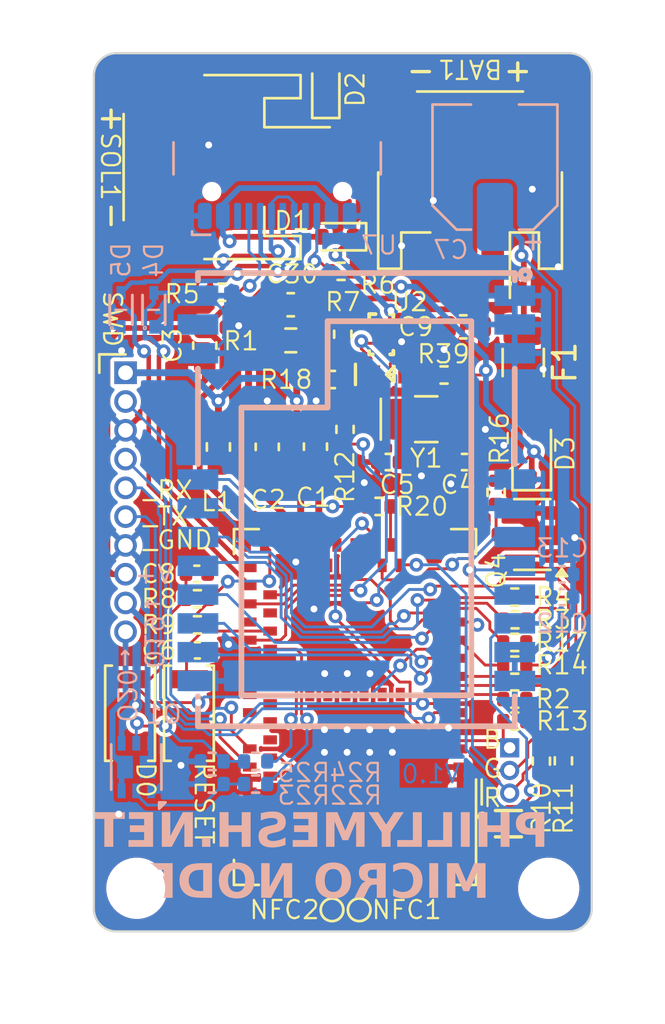
<source format=kicad_pcb>
(kicad_pcb (version 20241229) (generator "pcbnew") (generator_version "9.0")
  (layers (0 "F.Cu" signal) (2 "B.Cu" signal) (13 "F.Paste" user) (15 "B.Paste" user) (5 "F.SilkS" user "F.Silkscreen") (7 "B.SilkS" user "B.Silkscreen") (1 "F.Mask" user) (3 "B.Mask" user) (25 "Edge.Cuts" user))
  (net 0 "")
  (net 1 "Net-(U1-VDDH)")
  (net 2 "Net-(U1-XL1{slash}P0.00)")
  (net 3 "Net-(U1-XL2{slash}P0.01)")
  (net 4 "RXEN")
  (net 5 "DIO2")
  (net 6 "LORA_SCK")
  (net 7 "Net-(U7-SCK)")
  (net 8 "LORA_MOSI")
  (net 9 "Net-(U7-MOSI)")
  (net 10 "LORA_MISO")
  (net 11 "Net-(U7-MISO)")
  (net 12 "LORA_NSS")
  (net 13 "Net-(U7-NSS)")
  (net 22 "/D+")
  (net 23 "/D-")
  (net 26 "Net-(U1-~{RESET}{slash}P0.18)")
  (net 29 "GND")
  (net 30 "Net-(J4-CC1)")
  (net 31 "Net-(J4-CC2)")
  (net 32 "/VDD")
  (net 33 "LORA_NRST")
  (net 34 "/DCCH")
  (net 39 "/SWDIO")
  (net 40 "/SWDCLK")
  (net 43 "P0.17_~{CHG}")
  (net 44 "LORA_BUSY")
  (net 47 "LORA_DIO1")
  (net 51 "unconnected-(U1-P1.02-Pad50)")
  (net 54 "Net-(U2-TS)")
  (net 55 "VBAT_REF")
  (net 56 "Net-(U2-ISET)")
  (net 57 "/P0.13_HICHG")
  (net 58 "P0.14_~{READ_BAT}")
  (net 59 "Net-(D1-K)")
  (net 60 "/VSOLAR")
  (net 61 "Net-(LED1-R-)")
  (net 62 "Net-(LED1-G-)")
  (net 63 "Net-(LED1-B-)")
  (net 64 "P0.26_USER_RED")
  (net 65 "P0.30_USER_GREEN")
  (net 66 "P0.06_USER_BLUE")
  (net 67 "Net-(LED57-A)")
  (net 68 "VBAT_POL_PROT")
  (net 69 "/VBUS")
  (net 70 "P1.12_RX")
  (net 71 "P1.11_TX")
  (net 72 "NMOS_1")
  (net 73 "NMOS_2")
  (net 74 "P0.19")
  (net 75 "P0.20")
  (net 76 "Net-(Q1B-G)")
  (net 77 "Net-(Q1A-G)")
  (net 78 "/VBAT_UNFUSED")
  (net 79 "/VBAT_FUSED")
  (net 80 "/NFC+")
  (net 81 "/NFC-")
  (net 82 "D0")
  (footprint "Philly_Lib:C_0603_1608Metric" (layer "F.Cu") (at 87.663001 62.371976 -90)
    (property "Reference" "C2")
    (property "Value" "4.7uF")
  )
  (footprint "Philly_Lib:LED0603-RD" (layer "F.Cu") (at 93.05 59.175)
    (property "Reference" "LED57" (hide yes))
    (property "Value" "KT-0603R")
  )
  (footprint "Philly_Lib:MountingHole_2.5mm" (layer "F.Cu") (at 81.9 81.85)
    (property "Reference" "H1" (hide yes))
    (property "Value" "MountingHole")
  )
  (footprint "Philly_Lib:R_0402_1005Metric" (layer "F.Cu") (at 84.575 70.225 180)
    (property "Reference" "R9")
    (property "Value" "10k")
  )
  (footprint "Philly_Lib:R_0402_1005Metric" (layer "F.Cu") (at 98.609999 70 180)
    (property "Reference" "R3")
    (property "Value" "22")
  )
  (footprint "Philly_Lib:C_0402_1005Metric" (layer "F.Cu") (at 93.0055 63.041001)
    (property "Reference" "C5")
    (property "Value" "12pF")
  )
  (footprint "Philly_Lib:Raytac_MDBT50Q" (layer "F.Cu") (at 91.54 73.849976 180)
    (property "Reference" "U1" (hide yes))
    (property "Value" "MDBT50Q-U1MV2")
  )
  (footprint "Philly_Lib:R_0402_1005Metric" (layer "F.Cu") (at 98.6 74.475)
    (property "Reference" "R13")
    (property "Value" "2.2K")
  )
  (footprint "Philly_Lib:R_0402_1005Metric" (layer "F.Cu") (at 92.6 65 180)
    (property "Reference" "R20")
    (property "Value" "22")
  )
  (footprint "Philly_Lib:C_0603_1608Metric" (layer "F.Cu") (at 96.325 57.075 180)
    (property "Reference" "C9")
    (property "Value" "2.2uF")
  )
  (footprint "Philly_Lib:R_0402_1005Metric" (layer "F.Cu") (at 91.1 61.6 -90)
    (property "Reference" "R12")
    (property "Value" "2.7k")
  )
  (footprint "Philly_Lib:LED-ARRAY-SMD_4P-L1.0-W1.0-TR-RD" (layer "F.Cu") (at 98.325 79 90)
    (property "Reference" "LED1" (hide yes))
    (property "Value" "MHPA1010RGBDT")
  )
  (footprint "Philly_Lib:R_0402_1005Metric" (layer "F.Cu") (at 98.6 69 180)
    (property "Reference" "R4")
    (property "Value" "22")
  )
  (footprint "Philly_Lib:PinSocket_1x03_P1.00mm_Vertical" (layer "F.Cu") (at 98.375 75.65)
    (property "Reference" "J1" (hide yes))
    (property "Value" "LED")
  )
  (footprint "Philly_Lib:R_0402_1005Metric" (layer "F.Cu") (at 97.775 64.375 -90)
    (property "Reference" "R16")
    (property "Value" "100k")
  )
  (footprint "Philly_Lib:D_SOD-523" (layer "F.Cu") (at 90.25 46.6 90)
    (property "Reference" "D2")
    (property "Value" "B5819WT")
  )
  (footprint "Philly_Lib:R_0402_1005Metric" (layer "F.Cu") (at 95.475 59.2 180)
    (property "Reference" "R39")
    (property "Value" "5.1k")
  )
  (footprint "Philly_Lib:D_SOD-323" (layer "F.Cu") (at 99.35 62.675 90)
    (property "Reference" "D3")
    (property "Value" "1N5819WS")
  )
  (footprint "Philly_Lib:JST_PH_S2B-PH-SM4-TB_1x02-1MP_P2.00mm_Horizontal_GND" (layer "F.Cu") (at 96.625 51.2 180)
    (property "Reference" "BAT1")
    (property "Value" "Battery_Cell")
  )
  (footprint "Philly_Lib:R_0402_1005Metric" (layer "F.Cu") (at 98.6 71 180)
    (property "Reference" "R17")
    (property "Value" "510k")
  )
  (footprint "Philly_Lib:SOT-23-3" (layer "F.Cu") (at 99.375 66.2375 180)
    (property "Reference" "Q4")
    (property "Value" "Q_NMOS_GSD")
  )
  (footprint "Philly_Lib:C_0402_1005Metric" (layer "F.Cu") (at 84.55 67.975)
    (property "Reference" "C8")
    (property "Value" "0.1uF")
  )
  (footprint "Philly_Lib:JST_PH_S2B-PH-SM4-TB_1x02-1MP_P2.00mm_Horizontal" (layer "F.Cu") (at 85.825 50.025 -90)
    (property "Reference" "SOL1")
    (property "Value" "S2B-PH-SM4-TB")
  )
  (footprint "Philly_Lib:R_0402_1005Metric" (layer "F.Cu") (at 84.575 69.075)
    (property "Reference" "R8")
    (property "Value" "10k")
  )
  (footprint "Philly_Lib:R_0402_1005Metric" (layer "F.Cu") (at 85.65 55.55)
    (property "Reference" "R5")
    (property "Value" "5.1K")
  )
  (footprint "Philly_Lib:C_0603_1608Metric" (layer "F.Cu") (at 89.793 62.362475 -90)
    (property "Reference" "C1")
    (property "Value" "4.7uF")
  )
  (footprint "Philly_Lib:TestPoint_Pad_D0.75mm" (layer "F.Cu") (at 91.725 82.8)
    (property "Reference" "NFC1")
    (property "Value" "TestPoint")
  )
  (footprint "Philly_Lib:C_0603_1608Metric" (layer "F.Cu") (at 88.7 56.1 180)
    (property "Reference" "C30")
    (property "Value" "2.2uF")
  )
  (footprint "Philly_Lib:L_0603_1608Metric" (layer "F.Cu") (at 85.504 62.374976 -90)
    (property "Reference" "L1")
    (property "Value" "10uH")
  )
  (footprint "Philly_Lib:MountingHole_2.5mm" (layer "F.Cu") (at 100.1 81.85)
    (property "Reference" "H2" (hide yes))
    (property "Value" "MountingHole")
  )
  (footprint "Philly_Lib:C_0603_1608Metric" (layer "F.Cu") (at 84.9 57.9 90)
    (property "Reference" "C3")
    (property "Value" "4.7uF")
  )
  (footprint "Philly_Lib:C_0402_1005Metric" (layer "F.Cu") (at 96.375 63.041001)
    (property "Reference" "C4")
    (property "Value" "12pF")
  )
  (footprint "Philly_Lib:R_0402_1005Metric" (layer "F.Cu") (at 91 57.4 -90)
    (property "Reference" "R7")
    (property "Value" "10k")
  )
  (footprint "Philly_Lib:PinHeader_1x10_P1.27mm_Vertical" (layer "F.Cu") (at 81.4 59.1)
    (property "Reference" "J5" (hide yes))
    (property "Value" "Multi")
  )
  (footprint "Philly_Lib:R_0402_1005Metric" (layer "F.Cu") (at 100.75 76.225 -90)
    (property "Reference" "R11")
    (property "Value" "10K")
  )
  (footprint "Philly_Lib:Crystal_SMD_MicroCrystal_CC7V-T1A-2Pin_3.2x1.5mm" (layer "F.Cu") (at 94.69 61.15)
    (property "Reference" "Y1")
    (property "Value" "32.768KHz")
  )
  (footprint "Philly_Lib:C_0402_1005Metric" (layer "F.Cu") (at 84.575 71.35)
    (property "Reference" "C6")
    (property "Value" "0.1uF")
  )
  (footprint "Philly_Lib:R_0402_1005Metric" (layer "F.Cu") (at 98.6 72 180)
    (property "Reference" "R14")
    (property "Value" "1M")
  )
  (footprint "Philly_Lib:R_0402_1005Metric" (layer "F.Cu") (at 90.5 59.4 180)
    (property "Reference" "R18")
    (property "Value" "2.7k")
  )
  (footprint "Philly_Lib:R_0402_1005Metric" (layer "F.Cu") (at 99.775 76.240001 -90)
    (property "Reference" "R10")
    (property "Value" "2.2K")
  )
  (footprint "Philly_Lib:R_0603_1608Metric" (layer "F.Cu") (at 88.7025 57.672976 180)
    (property "Reference" "R1")
    (property "Value" "*")
  )
  (footprint "Philly_Lib:R_0402_1005Metric" (layer "F.Cu") (at 90.925 54.625 180)
    (property "Reference" "R6")
    (property "Value" "5.1K")
  )
  (footprint "Philly_Lib:TestPoint_Pad_D0.75mm" (layer "F.Cu") (at 90.525 82.8)
    (property "Reference" "NFC2")
    (property "Value" "TestPoint")
  )
  (footprint "Philly_Lib:SW_Tactile_SPST_NO_Straight_TVAF44-N015C-R" (layer "F.Cu") (at 84.2 74.125 -90)
    (property "Reference" "RESET1" (hide yes))
    (property "Value" "RESET")
  )
  (footprint "Philly_Lib:SW_Tactile_SPST_NO_Straight_TVAF44-N015C-R" (layer "F.Cu") (at 81.6 74.125 -90)
    (property "Reference" "SW2" (hide yes))
    (property "Value" "D0")
  )
  (footprint "Philly_Lib:D_SOD-523" (layer "F.Cu") (at 90.775 53.1 180)
    (property "Reference" "D1")
    (property "Value" "B5819WT")
  )
  (footprint "Philly_Lib:R_0402_1005Metric" (layer "F.Cu") (at 98.6 73.5)
    (property "Reference" "R2")
    (property "Value" "22")
  )
  (footprint "Philly_Lib:Fuse_1206_3216Metric" (layer "F.Cu") (at 98.975 58.65 -90)
    (property "Reference" "F1")
    (property "Value" "Polyfuse 3.5A")
  )
  (footprint "Philly_Lib:YFP0006AFAV" (layer "F.Cu") (at 92.7 57.399998)
    (property "Reference" "U2")
    (property "Value" "BQ25101" (hide yes))
  )
  (footprint "Philly_Lib:CP_Elec_5x4.5" (layer "B.Cu") (at 97.725 50.025 90)
    (property "Reference" "C7")
    (property "Value" "100uf")
  )
  (footprint "Philly_Lib:R_0402_1005Metric" (layer "B.Cu") (at 85.225 77.25 180)
    (property "Reference" "R23")
    (property "Value" "1M")
  )
  (footprint "Philly_Lib:C_0402_1005Metric" (layer "B.Cu") (at 100.7 69)
    (property "Reference" "C12")
    (property "Value" "10uF")
  )
  (footprint "Philly_Lib:WIRELM-SMD_E22-900M22S" (layer "B.Cu") (at 91.6 64.2)
    (property "Reference" "U7")
    (property "Value" "E22-900M22S")
  )
  (footprint "Philly_Lib:SOD-523_L1.2-W0.8-LS1.6-BI" (layer "B.Cu") (at 82.65 56.325 90)
    (property "Reference" "D4")
    (property "Value" "LESD5D5_0CT1G")
  )
  (footprint "Philly_Lib:SOD-523_L1.2-W0.8-LS1.6-BI" (layer "B.Cu") (at 81.2 56.325 90)
    (property "Reference" "D5")
    (property "Value" "LESD5D5_0CT1G")
  )
  (footprint "Philly_Lib:USB_C_Receptacle_GCT_USB4110_MODIFIED_FOR_PROTRSION" (layer "B.Cu") (at 88.1 48.5)
    (property "Reference" "J4" (hide yes))
    (property "Value" "USB_C_Receptacle_USB2.0")
  )
  (footprint "Philly_Lib:R_0402_1005Metric" (layer "B.Cu") (at 87.15 76.25 180)
    (property "Reference" "R24")
    (property "Value" "22")
  )
  (footprint "Philly_Lib:C_0402_1005Metric" (layer "B.Cu") (at 100.7 68)
    (property "Reference" "C13")
    (property "Value" "0.1uF")
  )
  (footprint "Philly_Lib:R_0402_1005Metric" (layer "B.Cu") (at 85.225 76.25 180)
    (property "Reference" "R25")
    (property "Value" "1M")
  )
  (footprint "Philly_Lib:DFN-6-1EP_2x2mm_P0.65mm_EP_DUAL" (layer "B.Cu") (at 81.875 76.5 90)
    (property "Reference" "Q1")
    (property "Value" "Q_Dual_NMOS_G1S2G2D2S1D1")
  )
  (footprint "Philly_Lib:R_0402_1005Metric" (layer "B.Cu") (at 87.15 77.25 180)
    (property "Reference" "R22")
    (property "Value" "22")
  )
  (gr_arc (start 101 45) (mid 101.707107 45.292893) (end 102 46) (stroke (width 0.1)) (layer "Edge.Cuts"))
  (gr_line (start 102 46) (end 102 82.75) (stroke (width 0.1)) (layer "Edge.Cuts"))
  (gr_line (start 101 83.75) (end 81 83.75) (stroke (width 0.1)) (layer "Edge.Cuts"))
  (gr_line (start 80 82.75) (end 80 46) (stroke (width 0.1)) (layer "Edge.Cuts"))
  (gr_arc (start 102 82.75) (mid 101.707107 83.457107) (end 101 83.75) (stroke (width 0.1)) (layer "Edge.Cuts"))
  (gr_arc (start 81 83.75) (mid 80.292893 83.457107) (end 80 82.75) (stroke (width 0.1)) (layer "Edge.Cuts"))
  (gr_line (start 81 45) (end 101 45) (stroke (width 0.1)) (layer "Edge.Cuts"))
  (gr_arc (start 80 46) (mid 80.292893 45.292893) (end 81 45) (stroke (width 0.1)) (layer "Edge.Cuts"))
  (gr_text "V1.0" (at 96.25 77.275 0) (layer "B.Cu") (effects (font (size 0.8 0.8) (thickness 0.1)) (justify left bottom mirror)))
  (gr_text "_RX" (at 82.125 64.75 0) (layer "F.SilkS") (effects (font (size 0.8 0.8) (thickness 0.1)) (justify left bottom)))
  (gr_text "_GND" (at 82.125 66.95 0) (layer "F.SilkS") (effects (font (size 0.8 0.8) (thickness 0.1)) (justify left bottom)))
  (gr_text "+    -" (at 80.25 47.175 270) (layer "F.SilkS") (effects (font (size 1 1)) (justify left bottom)))
  (gr_text "SWD" (at 80.35 55.425 270) (layer "F.SilkS") (effects (font (size 0.8 0.8) (thickness 0.1)) (justify left bottom)))
  (gr_text "RESET\n\nD0\n" (at 81.825 76.225 270) (layer "F.SilkS") (effects (font (size 0.8 0.8) (thickness 0.1)) (justify left bottom)))
  (gr_text "+    -" (at 99.45 45.3 180) (layer "F.SilkS") (effects (font (size 1 1)) (justify left bottom)))
  (gr_text "_TX" (at 82.125 65.9 0) (layer "F.SilkS") (effects (font (size 0.8 0.8) (thickness 0.1)) (justify left bottom)))
  (gr_text "B\nG\nR" (at 97.14 78.325 0) (layer "F.SilkS") (effects (font (size 0.8 0.8) (thickness 0.1)) (justify left bottom)))
  (gr_text "O20→" (at 80.975 74.6 270) (layer "B.SilkS") (effects (font (size 0.8 0.8) (thickness 0.1)) (justify left bottom mirror)))
  (gr_text "PHILLYMESH.NET" (at 100.1 80.275 0) (layer "B.SilkS") (effects (font (size 1.5 1.5) (thickness 0.3) (bold yes)) (justify left bottom mirror)))
  (gr_text "O19­↓" (at 82.175 72.225 270) (layer "B.SilkS") (effects (font (size 0.8 0.8) (thickness 0.1)) (justify left bottom mirror)))
  (gr_text "MICRO NODE" (at 97.5 82.525 0) (layer "B.SilkS") (effects (font (size 1.5 1.5) (thickness 0.3) (bold yes)) (justify left bottom mirror)))
  (gr_text "V+" (at 83.55 68.475 0) (layer "B.SilkS") (effects (font (size 0.8 0.8) (thickness 0.1)) (justify left bottom mirror)))
  (segment (start 86.8356 62.407076) (end 87.663 63.234476) (width 0.3048) (layer "F.Cu") (net 1))
  (segment (start 89.14 64.711476) (end 87.663 63.234476) (width 0.3048) (layer "F.Cu") (net 1))
  (segment (start 86.835599 58.627376) (end 86.8356 62.407076) (width 0.3048) (layer "F.Cu") (net 1))
  (segment (start 89.14 66.699976) (end 89.14 64.711476) (width 0.3048) (layer "F.Cu") (net 1))
  (segment (start 87.79 57.672976) (end 86.835599 58.627376) (width 0.3048) (layer "F.Cu") (net 1))
  (segment (start 94.74 64.196001) (end 94.74 66.699976) (width 0.2) (layer "F.Cu") (net 2))
  (segment (start 95.895 63.041001) (end 95.895 61.195) (width 0.2) (layer "F.Cu") (net 2))
  (segment (start 95.895 63.041001) (end 94.74 64.196001) (width 0.2) (layer "F.Cu") (net 2))
  (segment (start 95.895 61.195) (end 95.94 61.15) (width 0.2) (layer "F.Cu") (net 2))
  (segment (start 93.4855 63.041001) (end 93.4855 61.1955) (width 0.254) (layer "F.Cu") (net 3))
  (segment (start 93.4855 63.041001) (end 93.94 63.495501) (width 0.254) (layer "F.Cu") (net 3))
  (segment (start 93.4855 61.1955) (end 93.44 61.15) (width 0.254) (layer "F.Cu") (net 3))
  (segment (start 93.94 63.495501) (end 93.94 66.699976) (width 0.254) (layer "F.Cu") (net 3))
  (segment (start 95.8375 67.5625) (end 96.1 67.3) (width 0.127) (layer "F.Cu") (net 4))
  (segment (start 95.8375 67.5625) (end 95.65 67.75) (width 0.127) (layer "F.Cu") (net 4))
  (segment (start 95.65 67.75) (end 94.825 67.75) (width 0.127) (layer "F.Cu") (net 4))
  (segment (start 97.75 66.325) (end 97.3375 66.7375) (width 0.127) (layer "F.Cu") (net 4))
  (segment (start 92.802501 68.2375) (end 92.740001 68.175) (width 0.127) (layer "F.Cu") (net 4))
  (segment (start 98.2375 66.2375) (end 98.15 66.325) (width 0.127) (layer "F.Cu") (net 4))
  (segment (start 94.3375 68.2375) (end 92.802501 68.2375) (width 0.127) (layer "F.Cu") (net 4))
  (segment (start 96.1 67.3) (end 96.775 67.3) (width 0.127) (layer "F.Cu") (net 4))
  (segment (start 92.740001 68.175) (end 92.740001 67.599976) (width 0.127) (layer "F.Cu") (net 4))
  (segment (start 96.775 67.3) (end 97.3375 66.7375) (width 0.127) (layer "F.Cu") (net 4))
  (segment (start 97.775 66.3) (end 97.3375 66.7375) (width 0.127) (layer "F.Cu") (net 4))
  (segment (start 94.825 67.75) (end 94.3375 68.2375) (width 0.127) (layer "F.Cu") (net 4))
  (segment (start 97.775 64.884999) (end 97.775 66.3) (width 0.127) (layer "F.Cu") (net 4))
  (segment (start 98.15 66.325) (end 97.75 66.325) (width 0.127) (layer "F.Cu") (net 4))
  (via (at 95.8375 67.5625) (size 0.6096) (drill 0.3048) (layers "F.Cu" "B.Cu") (net 4))
  (segment (start 97.725013 66.349987) (end 98.6 66.349987) (width 0.127) (layer "B.Cu") (net 4))
  (segment (start 96.1 67.3) (end 96.775 67.3) (width 0.127) (layer "B.Cu") (net 4))
  (segment (start 96.775 67.3) (end 97.725013 66.349987) (width 0.127) (layer "B.Cu") (net 4))
  (segment (start 95.8375 67.5625) (end 96.1 67.3) (width 0.127) (layer "B.Cu") (net 4))
  (segment (start 100.5125 67.187499) (end 98.200001 67.187499) (width 0.127) (layer "F.Cu") (net 5))
  (segment (start 98.200001 67.187499) (end 97.85625 67.53125) (width 0.127) (layer "F.Cu") (net 5))
  (segment (start 97.85625 67.53125) (end 97.587501 67.8) (width 0.127) (layer "F.Cu") (net 5))
  (segment (start 97.587501 67.8) (end 96.6 67.8) (width 0.127) (layer "F.Cu") (net 5))
  (via (at 96.6 67.8) (size 0.6096) (drill 0.3048) (layers "F.Cu" "B.Cu") (net 5))
  (segment (start 97.689992 68.889992) (end 96.6 67.8) (width 0.127) (layer "B.Cu") (net 5))
  (segment (start 98.419991 67.8) (end 98.6 67.619991) (width 0.127) (layer "B.Cu") (net 5))
  (segment (start 98.6 68.889992) (end 97.689992 68.889992) (width 0.127) (layer "B.Cu") (net 5))
  (segment (start 96.6 67.8) (end 98.419991 67.8) (width 0.127) (layer "B.Cu") (net 5))
  (segment (start 96.19 73.299976) (end 97.989977 73.299976) (width 0.127) (layer "F.Cu") (net 6))
  (segment (start 97.989977 73.299976) (end 98.190001 73.5) (width 0.127) (layer "F.Cu") (net 6))
  (segment (start 94.860971 68.6634) (end 95.008871 68.5155) (width 0.127) (layer "F.Cu") (net 7))
  (segment (start 100.5 68.2) (end 101.3 69) (width 0.127) (layer "F.Cu") (net 7))
  (segment (start 95.008871 68.5155) (end 97.7845 68.5155) (width 0.127) (layer "F.Cu") (net 7))
  (segment (start 98.1 68.2) (end 100.5 68.2) (width 0.127) (layer "F.Cu") (net 7))
  (segment (start 101.3 69) (end 101.3 72.1) (width 0.127) (layer "F.Cu") (net 7))
  (segment (start 99.9 73.5) (end 99.209999 73.5) (width 0.127) (layer "F.Cu") (net 7))
  (segment (start 97.7845 68.5155) (end 98.1 68.2) (width 0.127) (layer "F.Cu") (net 7))
  (segment (start 94.860971 68.6634) (end 94.891586 68.6634) (width 0.127) (layer "F.Cu") (net 7))
  (segment (start 101.3 72.1) (end 99.9 73.5) (width 0.127) (layer "F.Cu") (net 7))
  (via (at 94.860971 68.6634) (size 0.6096) (drill 0.3048) (layers "F.Cu" "B.Cu") (net 7))
  (segment (start 86.89444 67.016) (end 87.779397 67.016) (width 0.127) (layer "B.Cu") (net 7))
  (segment (start 85.519697 65.079985) (end 86.239712 65.8) (width 0.127) (layer "B.Cu") (net 7))
  (segment (start 87.779397 67.016) (end 88.731 67.967601) (width 0.127) (layer "B.Cu") (net 7))
  (segment (start 86.239712 65.8) (end 86.239712 66.361272) (width 0.127) (layer "B.Cu") (net 7))
  (segment (start 89.33588 70.316) (end 92.284 70.316) (width 0.127) (layer "B.Cu") (net 7))
  (segment (start 92.284 70.316) (end 93.9366 68.6634) (width 0.127) (layer "B.Cu") (net 7))
  (segment (start 93.9366 68.6634) (end 94.860971 68.6634) (width 0.127) (layer "B.Cu") (net 7))
  (segment (start 84.6 65.079985) (end 85.208998 65.079985) (width 0.127) (layer "B.Cu") (net 7))
  (segment (start 86.239712 66.361272) (end 86.89444 67.016) (width 0.127) (layer "B.Cu") (net 7))
  (segment (start 88.731 67.967601) (end 88.731 69.71112) (width 0.127) (layer "B.Cu") (net 7))
  (segment (start 88.731 69.71112) (end 89.33588 70.316) (width 0.127) (layer "B.Cu") (net 7))
  (segment (start 84.6 65.079985) (end 85.519697 65.079985) (width 0.127) (layer "B.Cu") (net 7))
  (segment (start 100.644 71.781) (end 99.925024 72.499976) (width 0.127) (layer "F.Cu") (net 8))
  (segment (start 100.4 69.5) (end 100.644 69.744) (width 0.127) (layer "F.Cu") (net 8))
  (segment (start 99.925024 72.499976) (end 96.19 72.499976) (width 0.127) (layer "F.Cu") (net 8))
  (segment (start 99.119998 70) (end 99.2 70) (width 0.127) (layer "F.Cu") (net 8))
  (segment (start 99.7 69.5) (end 100.4 69.5) (width 0.127) (layer "F.Cu") (net 8))
  (segment (start 100.644 69.744) (end 100.644 71.781) (width 0.127) (layer "F.Cu") (net 8))
  (segment (start 99.2 70) (end 99.7 69.5) (width 0.127) (layer "F.Cu") (net 8))
  (segment (start 97.372 69.272) (end 98.1 70) (width 0.127) (layer "F.Cu") (net 9))
  (segment (start 95.17656 69.701) (end 95.605559 69.272) (width 0.127) (layer "F.Cu") (net 9))
  (segment (start 93.7 69.8317) (end 93.8307 69.701) (width 0.127) (layer "F.Cu") (net 9))
  (segment (start 95.605559 69.272) (end 97.372 69.272) (width 0.127) (layer "F.Cu") (net 9))
  (segment (start 93.8307 69.701) (end 95.17656 69.701) (width 0.127) (layer "F.Cu") (net 9))
  (via (at 93.7 69.8317) (size 0.6096) (drill 0.3048) (layers "F.Cu" "B.Cu") (net 9))
  (segment (start 89.24144 70.544) (end 88.503 69.80556) (width 0.127) (layer "B.Cu") (net 9))
  (segment (start 88.503 69.80556) (end 88.503 68.062042) (width 0.127) (layer "B.Cu") (net 9))
  (segment (start 87.684957 67.244) (end 86.8 67.244) (width 0.127) (layer "B.Cu") (net 9))
  (segment (start 93.3 70.172) (end 93.055559 70.172) (width 0.127) (layer "B.Cu") (net 9))
  (segment (start 93.6403 69.8317) (end 93.3 70.172) (width 0.127) (layer "B.Cu") (net 9))
  (segment (start 92.68356 70.544) (end 89.24144 70.544) (width 0.127) (layer "B.Cu") (net 9))
  (segment (start 88.503 68.062042) (end 87.684957 67.244) (width 0.127) (layer "B.Cu") (net 9))
  (segment (start 93.055559 70.172) (end 92.68356 70.544) (width 0.127) (layer "B.Cu") (net 9))
  (segment (start 93.7 69.8317) (end 93.6403 69.8317) (width 0.127) (layer "B.Cu") (net 9))
  (segment (start 85.905987 66.349987) (end 84.6 66.349987) (width 0.127) (layer "B.Cu") (net 9))
  (segment (start 86.8 67.244) (end 85.905987 66.349987) (width 0.127) (layer "B.Cu") (net 9))
  (segment (start 95.29 72.899976) (end 95.2493 72.859276) (width 0.127) (layer "F.Cu") (net 10))
  (segment (start 97.699976 72.899976) (end 95.29 72.899976) (width 0.127) (layer "F.Cu") (net 10))
  (segment (start 100.772 69) (end 100.972 69.2) (width 0.127) (layer "F.Cu") (net 10))
  (segment (start 100.972 71.903) (end 99.975 72.9) (width 0.127) (layer "F.Cu") (net 10))
  (segment (start 100.972 69.2) (end 100.972 71.903) (width 0.127) (layer "F.Cu") (net 10))
  (segment (start 99.975 72.9) (end 97.7 72.9) (width 0.127) (layer "F.Cu") (net 10))
  (segment (start 99.109999 69) (end 100.772 69) (width 0.127) (layer "F.Cu") (net 10))
  (segment (start 97.7 72.9) (end 97.699976 72.899976) (width 0.127) (layer "F.Cu") (net 10))
  (segment (start 98.090001 69) (end 98.065001 69.025) (width 0.127) (layer "F.Cu") (net 11))
  (segment (start 94.3 69.1317) (end 95.3933 69.1317) (width 0.127) (layer "F.Cu") (net 11))
  (segment (start 95.3933 69.1317) (end 95.5 69.025) (width 0.127) (layer "F.Cu") (net 11))
  (segment (start 98.065001 69.025) (end 95.5 69.025) (width 0.127) (layer "F.Cu") (net 11))
  (via (at 94.3 69.1317) (size 0.6096) (drill 0.3048) (layers "F.Cu" "B.Cu") (net 11))
  (segment (start 94.09755 70.4) (end 93.15 70.4) (width 0.127) (layer "B.Cu") (net 11))
  (segment (start 87.590517 67.472) (end 88.275 68.156483) (width 0.127) (layer "B.Cu") (net 11))
  (segment (start 94.3 69.1317) (end 94.3 70.19755) (width 0.127) (layer "B.Cu") (net 11))
  (segment (start 92.725 70.772) (end 89.775 70.772) (width 0.127) (layer "B.Cu") (net 11))
  (segment (start 92.778 70.772) (end 92.725 70.772) (width 0.127) (layer "B.Cu") (net 11))
  (segment (start 84.6 67.619991) (end 84.747991 67.472) (width 0.127) (layer "B.Cu") (net 11))
  (segment (start 89.147 70.772) (end 88.275 69.9) (width 0.127) (layer "B.Cu") (net 11))
  (segment (start 88.275 68.156483) (end 88.275 69.9) (width 0.127) (layer "B.Cu") (net 11))
  (segment (start 84.747991 67.472) (end 87.590517 67.472) (width 0.127) (layer "B.Cu") (net 11))
  (segment (start 84.6 67.619991) (end 83.918001 67.619991) (width 0.2) (layer "B.Cu") (net 11))
  (segment (start 93.15 70.4) (end 92.778 70.772) (width 0.127) (layer "B.Cu") (net 11))
  (segment (start 89.775 70.772) (end 89.147 70.772) (width 0.127) (layer "B.Cu") (net 11))
  (segment (start 94.3 70.19755) (end 94.09755 70.4) (width 0.127) (layer "B.Cu") (net 11))
  (segment (start 93.109999 65) (end 93.109999 66.669975) (width 0.127) (layer "F.Cu") (net 12))
  (segment (start 93.109999 66.669975) (end 93.14 66.699976) (width 0.127) (layer "F.Cu") (net 12))
  (segment (start 92.090001 65) (end 90.55 65) (width 0.127) (layer "F.Cu") (net 13))
  (via (at 90.55 65) (size 0.6096) (drill 0.3048) (layers "F.Cu" "B.Cu") (net 13))
  (segment (start 87.175 65) (end 85.984982 63.809982) (width 0.127) (layer "B.Cu") (net 13))
  (segment (start 85.984982 63.809982) (end 84.6 63.809982) (width 0.127) (layer "B.Cu") (net 13))
  (segment (start 90.55 65) (end 87.175 65) (width 0.127) (layer "B.Cu") (net 13))
  (segment (start 84.6 63.809982) (end 83.991003 63.809982) (width 0.127) (layer "B.Cu") (net 13))
  (segment (start 88.137209 53.739304) (end 87.93241 53.944103) (width 0.2) (layer "F.Cu") (net 22))
  (segment (start 86.020228 54.134965) (end 85.730597 54.134965) (width 0.2) (layer "F.Cu") (net 22))
  (segment (start 86.89 68.499976) (end 82.424999 64.034975) (width 0.2) (layer "F.Cu") (net 22))
  (segment (start 87.914006 53.739304) (end 88.137209 53.739304) (width 0.2) (layer "F.Cu") (net 22))
  (segment (start 87.93241 53.944103) (end 86.21109 53.944103) (width 0.2) (layer "F.Cu") (net 22))
  (segment (start 86.21109 53.944103) (end 86.020228 54.134965) (width 0.2) (layer "F.Cu") (net 22))
  (segment (start 82.424999 64.034975) (end 82.424999 58.354799) (width 0.2) (layer "F.Cu") (net 22))
  (segment (start 82.424999 58.354799) (end 82.2202 58.15) (width 0.2) (layer "F.Cu") (net 22))
  (via (at 88.137209 53.739304) (size 0.6096) (drill 0.3048) (layers "F.Cu" "B.Cu") (net 22))
  (via (at 82.2202 58.15) (size 0.6096) (drill 0.3048) (layers "F.Cu" "B.Cu") (net 22))
  (via (at 85.730597 54.134965) (size 0.6096) (drill 0.3048) (layers "F.Cu" "B.Cu") (net 22))
  (segment (start 85.556173 54.59902) (end 83.312612 54.59902) (width 0.2) (layer "B.Cu") (net 22))
  (segment (start 82.249 55.074064) (end 82.249 55.125064) (width 0.2) (layer "B.Cu") (net 22))
  (segment (start 82.062612 58.025916) (end 81.79902 57.762324) (width 0.2) (layer "B.Cu") (net 22))
  (segment (start 81.79902 56.624085) (end 81.2 56.025065) (width 0.2) (layer "B.Cu") (net 22))
  (segment (start 82.2202 58.15) (end 82.2202 58.025916) (width 0.2) (layer "B.Cu") (net 22))
  (segment (start 82.249 55.125064) (end 81.65 55.125064) (width 0.2) (layer "B.Cu") (net 22))
  (segment (start 81.2 56.025065) (end 81.2 55.575064) (width 0.2) (layer "B.Cu") (net 22))
  (segment (start 85.730597 54.424596) (end 85.556173 54.59902) (width 0.2) (layer "B.Cu") (net 22))
  (segment (start 81.65 55.125064) (end 81.2 55.575064) (width 0.2) (layer "B.Cu") (net 22))
  (segment (start 88.586499 51.3415) (end 88.113501 51.341499) (width 0.127) (layer "B.Cu") (net 22))
  (segment (start 83.312612 54.59902) (end 82.837568 55.074064) (width 0.2) (layer "B.Cu") (net 22))
  (segment (start 85.730597 54.134965) (end 85.730597 54.424596) (width 0.2) (layer "B.Cu") (net 22))
  (segment (start 88.85 52.18) (end 88.85 51.605) (width 0.127) (layer "B.Cu") (net 22))
  (segment (start 82.837568 55.074064) (end 82.249 55.074064) (width 0.2) (layer "B.Cu") (net 22))
  (segment (start 88.85 51.605) (end 88.586499 51.3415) (width 0.127) (layer "B.Cu") (net 22))
  (segment (start 87.825 53.650299) (end 87.914005 53.739304) (width 0.2) (layer "B.Cu") (net 22))
  (segment (start 87.85 53.0425) (end 87.825 53.0675) (width 0.2) (layer "B.Cu") (net 22))
  (segment (start 87.825 53.0675) (end 87.825 53.650299) (width 0.2) (layer "B.Cu") (net 22))
  (segment (start 87.914005 53.739304) (end 88.137209 53.739304) (width 0.2) (layer "B.Cu") (net 22))
  (segment (start 87.85 51.605) (end 87.85 52.18) (width 0.127) (layer "B.Cu") (net 22))
  (segment (start 87.85 52.18) (end 87.85 53.0425) (width 0.2) (layer "B.Cu") (net 22))
  (segment (start 88.113501 51.341499) (end 87.85 51.605) (width 0.127) (layer "B.Cu") (net 22))
  (segment (start 82.2202 58.025916) (end 82.062612 58.025916) (width 0.2) (layer "B.Cu") (net 22))
  (segment (start 81.79902 57.762324) (end 81.79902 56.624085) (width 0.2) (layer "B.Cu") (net 22))
  (segment (start 82.875001 58.354799) (end 83.0798 58.15) (width 0.2) (layer "F.Cu") (net 23))
  (segment (start 86.397486 54.394105) (end 86.338427 54.453164) (width 0.2) (layer "F.Cu") (net 23))
  (segment (start 87.93241 54.394105) (end 86.397486 54.394105) (width 0.2) (layer "F.Cu") (net 23))
  (segment (start 86.338427 54.453164) (end 86.338427 54.742795) (width 0.2) (layer "F.Cu") (net 23))
  (segment (start 86.726397 67.699976) (end 82.875001 63.84858) (width 0.2) (layer "F.Cu") (net 23))
  (segment (start 82.875001 63.84858) (end 82.875001 58.354799) (width 0.2) (layer "F.Cu") (net 23))
  (segment (start 86.89 67.699976) (end 86.726397 67.699976) (width 0.2) (layer "F.Cu") (net 23))
  (segment (start 88.137209 54.598904) (end 87.93241 54.394105) (width 0.2) (layer "F.Cu") (net 23))
  (via (at 88.137209 54.598904) (size 0.6096) (drill 0.3048) (layers "F.Cu" "B.Cu") (net 23))
  (via (at 83.0798 58.15) (size 0.6096) (drill 0.3048) (layers "F.Cu" "B.Cu") (net 23))
  (via (at 86.338427 54.742795) (size 0.6096) (drill 0.3048) (layers "F.Cu" "B.Cu") (net 23))
  (segment (start 87.375 53.0675) (end 87.375 53.836695) (width 0.2) (layer "B.Cu") (net 23))
  (segment (start 88.816643 53.563421) (end 88.35 53.096778) (width 0.2) (layer "B.Cu") (net 23))
  (segment (start 86.338427 54.742795) (end 86.048796 54.742795) (width 0.2) (layer "B.Cu") (net 23))
  (segment (start 87.375 53.836695) (end 88.137209 54.598904) (width 0.2) (layer "B.Cu") (net 23))
  (segment (start 88.35 53.096778) (end 88.35 52.18) (width 0.2) (layer "B.Cu") (net 23))
  (segment (start 83.499 55.575064) (end 82.65 55.575064) (width 0.2) (layer "B.Cu") (net 23))
  (segment (start 88.818057 53.563421) (end 88.816643 53.563421) (width 0.2) (layer "B.Cu") (net 23))
  (segment (start 88.137209 54.598904) (end 88.818057 53.918057) (width 0.2) (layer "B.Cu") (net 23))
  (segment (start 83.499 55.049) (end 83.499 55.575064) (width 0.2) (layer "B.Cu") (net 23))
  (segment (start 82.249 56.426065) (end 82.65 56.025065) (width 0.2) (layer "B.Cu") (net 23))
  (segment (start 87.349999 52.18) (end 87.35 53.0425) (width 0.2) (layer "B.Cu") (net 23))
  (segment (start 85.742591 55.049) (end 83.499 55.049) (width 0.2) (layer "B.Cu") (net 23))
  (segment (start 83.0798 58.15) (end 82.505736 57.575936) (width 0.2) (layer "B.Cu") (net 23))
  (segment (start 82.505736 57.575936) (end 82.249 57.575936) (width 0.2) (layer "B.Cu") (net 23))
  (segment (start 86.048796 54.742795) (end 85.742591 55.049) (width 0.2) (layer "B.Cu") (net 23))
  (segment (start 88.818057 53.918057) (end 88.818057 53.563421) (width 0.2) (layer "B.Cu") (net 23))
  (segment (start 82.249 57.575936) (end 82.249 56.426065) (width 0.2) (layer "B.Cu") (net 23))
  (segment (start 82.65 56.025065) (end 82.65 55.575064) (width 0.2) (layer "B.Cu") (net 23))
  (segment (start 87.35 53.0425) (end 87.375 53.0675) (width 0.2) (layer "B.Cu") (net 23))
  (segment (start 84.095 72.545) (end 84.2 72.65) (width 0.127) (layer "F.Cu") (net 26))
  (segment (start 85.084999 70.225) (end 85.359975 70.499976) (width 0.127) (layer "F.Cu") (net 26))
  (segment (start 84.095 71.214999) (end 85.084999 70.225) (width 0.127) (layer "F.Cu") (net 26))
  (segment (start 84.09 71.345) (end 84.095 71.35) (width 0.127) (layer "F.Cu") (net 26))
  (segment (start 85.055 70.375) (end 85.055 70.365) (width 0.127) (layer "F.Cu") (net 26))
  (segment (start 84.095 71.35) (end 84.095 72.545) (width 0.127) (layer "F.Cu") (net 26))
  (segment (start 85.359975 70.499976) (end 87.79 70.499976) (width 0.127) (layer "F.Cu") (net 26))
  (segment (start 84.095 71.35) (end 84.095 71.214999) (width 0.127) (layer "F.Cu") (net 26))
  (segment (start 85.084999 68.029999) (end 85.03 67.975) (width 0.127) (layer "F.Cu") (net 29))
  (segment (start 91 57.909999) (end 91 58.390001) (width 0.127) (layer "F.Cu") (net 29))
  (segment (start 85.6847 71.35) (end 85.95 71.0847) (width 0.127) (layer "F.Cu") (net 29))
  (segment (start 85.055 67.9) (end 85.055 67.91) (width 0.127) (layer "F.Cu") (net 29))
  (segment (start 93.531703 57.799997) (end 93.6 57.7317) (width 0.127) (layer "F.Cu") (net 29))
  (segment (start 96.275 57.075) (end 96.275 57.625) (width 0.127) (layer "F.Cu") (net 29))
  (segment (start 92.900002 57.799997) (end 93.531703 57.799997) (width 0.127) (layer "F.Cu") (net 29))
  (segment (start 96.855 60.520262) (end 96.383738 60.049) (width 0.2) (layer "F.Cu") (net 29))
  (segment (start 91 58.390001) (end 89.990001 59.4) (width 0.127) (layer "F.Cu") (net 29))
  (segment (start 96.9425 63.697476) (end 96.9425 63.128501) (width 0.3048) (layer "F.Cu") (net 29))
  (segment (start 96.190001 76.499976) (end 96.19 77.599976) (width 0.3048) (layer "F.Cu") (net 29))
  (segment (start 87.663 61.509476) (end 87.663001 60.339976) (width 0.3048) (layer "F.Cu") (net 29))
  (segment (start 81.4 66.72) (end 81.4 66.74244) (width 0.127) (layer "F.Cu") (net 29))
  (segment (start 92.996262 60.049) (end 92.5255 60.519762) (width 0.2) (layer "F.Cu") (net 29))
  (segment (start 83.9 63.859976) (end 83.9 59.762501) (width 0.2032) (layer "F.Cu") (net 29))
  (segment (start 96.34 66.699976) (end 96.34 64.299976) (width 0.3048) (layer "F.Cu") (net 29))
  (segment (start 96.9425 63.128501) (end 96.855 63.041001) (width 0.3048) (layer "F.Cu") (net 29))
  (segment (start 83.9 59.762501) (end 84.9 58.762501) (width 0.2032) (layer "F.Cu") (net 29))
  (segment (start 89.990001 60.171975) (end 89.822 60.339976) (width 0.127) (layer "F.Cu") (net 29))
  (segment (start 89.793 61.499976) (end 89.793 60.368976) (width 0.3048) (layer "F.Cu") (net 29))
  (segment (start 96.855 63.041001) (end 96.855 60.520262) (width 0.2) (layer "F.Cu") (net 29))
  (segment (start 96.34 64.299976) (end 96.9425 63.697476) (width 0.3048) (layer "F.Cu") (net 29))
  (segment (start 89.793 60.368976) (end 89.822 60.339976) (width 0.3048) (layer "F.Cu") (net 29))
  (segment (start 85.055 71.35) (end 85.6847 71.35) (width 0.127) (layer "F.Cu") (net 29))
  (segment (start 92.5255 60.519762) (end 92.5255 63.041001) (width 0.2) (layer "F.Cu") (net 29))
  (segment (start 96.383738 60.049) (end 92.996262 60.049) (width 0.2) (layer "F.Cu") (net 29))
  (segment (start 96.275 57.625) (end 95.825 58.075) (width 0.127) (layer "F.Cu") (net 29))
  (segment (start 89.990001 59.4) (end 89.990001 60.171975) (width 0.127) (layer "F.Cu") (net 29))
  (segment (start 95.825 58.075) (end 95.475 58.075) (width 0.127) (layer "F.Cu") (net 29))
  (segment (start 97.1 57.075) (end 96.275 57.075) (width 0.127) (layer "F.Cu") (net 29))
  (segment (start 86.74 66.699976) (end 83.9 63.859976) (width 0.2032) (layer "F.Cu") (net 29))
  (via (at 93.6 53.5) (size 0.6096) (drill 0.3048) (layers "F.Cu" "B.Cu") (net 29))
  (via (at 91.19 75.849976) (size 0.6096) (drill 0.3048) (layers "F.Cu" "B.Cu") (net 29))
  (via (at 92.19 74.849975) (size 0.6096) (drill 0.3048) (layers "F.Cu" "B.Cu") (net 29))
  (via (at 89.822 60.339976) (size 0.6096) (drill 0.3048) (layers "F.Cu" "B.Cu") (net 29))
  (via (at 90.19 75.849976) (size 0.6096) (drill 0.3048) (layers "F.Cu" "B.Cu") (net 29))
  (via (at 90.2 72.375) (size 0.6096) (drill 0.3048) (layers "F.Cu" "B.Cu") (net 29))
  (via (at 92.2 72.375) (size 0.6096) (drill 0.3048) (layers "F.Cu" "B.Cu") (net 29))
  (via (at 87.663001 60.339976) (size 0.6096) (drill 0.3048) (layers "F.Cu" "B.Cu") (net 29))
  (via (at 95 51.5) (size 0.6096) (drill 0.3048) (layers "F.Cu" "B.Cu") (net 29))
  (via (at 95.675 74.775) (size 0.6096) (drill 0.3048) (layers "F.Cu" "B.Cu") (net 29))
  (via (at 91.95 63.95) (size 0.6096) (drill 0.3048) (layers "F.Cu" "B.Cu") (net 29))
  (via (at 89.725 69.525) (size 0.6096) (drill 0.3048) (layers "F.Cu" "B.Cu") (net 29))
  (via (at 86.4 57.025) (size 0.6096) (drill 0.3048) (layers "F.Cu" "B.Cu") (net 29))
  (via (at 85.075 49.05) (size 0.6096) (drill 0.3048) (layers "F.Cu" "B.Cu") (net 29))
  (via (at 81.1 78.575) (size 0.6096) (drill 0.3048) (layers "F.Cu" "B.Cu") (net 29))
  (via (at 98.115 62.299976) (size 0.6096) (drill 0.3048) (layers "F.Cu" "B.Cu") (net 29))
  (via (at 101.25 66.375) (size 0.6096) (drill 0.3048) (layers "F.Cu" "B.Cu") (net 29))
  (via (at 93.19 75.849976) (size 0.6096) (drill 0.3048) (layers "F.Cu" "B.Cu") (net 29))
  (via (at 88.925 67.45) (size 0.6096) (drill 0.3048) (layers "F.Cu" "B.Cu") (net 29))
  (via (at 81.842757 73.770081) (size 0.6096) (drill 0.3048) (layers "F.Cu" "B.Cu") (net 29))
  (via (at 93.19 74.849976) (size 0.6096) (drill 0.3048) (layers "F.Cu" "B.Cu") (net 29))
  (via (at 81.225 58.125) (size 0.6096) (drill 0.3048) (layers "F.Cu" "B.Cu") (net 29))
  (via (at 91.2 72.375) (size 0.6096) (drill 0.3048) (layers "F.Cu" "B.Cu") (net 29))
  (via (at 83.85 76.425) (size 0.6096) (drill 0.3048) (layers "F.Cu" "B.Cu") (net 29))
  (via (at 95.475 58.075) (size 0.6096) (drill 0.3048) (layers "F.Cu" "B.Cu") (net 29))
  (via (at 93.6 57.7317) (size 0.6096) (drill 0.3048) (layers "F.Cu" "B.Cu") (net 29))
  (via (at 90.19 74.849976) (size 0.6096) (drill 0.3048) (layers "F.Cu" "B.Cu") (net 29))
  (via (at 99.85 58.95) (size 0.6096) (drill 0.3048) (layers "F.Cu" "B.Cu") (net 29))
  (via (at 91.19 74.849976) (size 0.6096) (drill 0.3048) (layers "F.Cu" "B.Cu") (net 29))
  (via (at 92.19 75.849976) (size 0.6096) (drill 0.3048) (layers "F.Cu" "B.Cu") (net 29))
  (via (at 99.375 51) (size 0.6096) (drill 0.3048) (layers "F.Cu" "B.Cu") (net 29))
  (via (at 94.475 63.65) (size 0.6096) (drill 0.3048) (layers "F.Cu" "B.Cu") (net 29))
  (via (at 97.3 61.6) (size 0.6096) (drill 0.3048) (layers "F.Cu" "B.Cu") (net 29))
  (via (at 95.775 64) (size 0.6096) (drill 0.3048) (layers "F.Cu" "B.Cu") (net 29))
  (via (at 85.95 71.0847) (size 0.6096) (drill 0.3048) (layers "F.Cu" "B.Cu") (net 29))
  (via (at 100.525 54.425) (size 0.6096) (drill 0.3048) (layers "F.Cu" "B.Cu") (net 29))
  (segment (start 84.025 76.25) (end 83.85 76.425) (width 0.127) (layer "B.Cu") (net 29))
  (segment (start 84.024936 55.7) (end 84.6 55.7) (width 0.254) (layer "B.Cu") (net 29))
  (segment (start 101.18 69.67) (end 101.18 69) (width 0.254) (layer "B.Cu") (net 29))
  (segment (start 98.6 71.429996) (end 99.420004 71.429996) (width 0.254) (layer "B.Cu") (net 29))
  (segment (start 92.635 52.18) (end 93.21 51.605) (width 0.254) (layer "B.Cu") (net 29))
  (segment (start 84.6 58.240006) (end 85.184994 58.240006) (width 0.127) (layer "B.Cu") (net 29))
  (segment (start 84.6 55.7) (end 85.075 55.7) (width 0.127) (layer "B.Cu") (net 29))
  (segment (start 85.184994 58.240006) (end 86.4 57.025) (width 0.127) (layer "B.Cu") (net 29))
  (segment (start 99.420004 71.429996) (end 101.18 69.67) (width 0.254) (layer "B.Cu") (net 29))
  (segment (start 82.65 57.074936) (end 82.758229 57.074936) (width 0.254) (layer "B.Cu") (net 29))
  (segment (start 81.225 74.485998) (end 81.225 75.449999) (width 0.254) (layer "B.Cu") (net 29))
  (segment (start 85.075 55.7) (end 86.4 57.025) (width 0.127) (layer "B.Cu") (net 29))
  (segment (start 83.938972 72.444076) (end 84.374024 72.444076) (width 0.2032) (layer "B.Cu") (net 29))
  (segment (start 84.715001 76.25) (end 84.715001 77.25) (width 0.127) (layer "B.Cu") (net 29))
  (segment (start 83.85 76.425) (end 82.625 77.65) (width 0.254) (layer "B.Cu") (net 29))
  (segment (start 84.9 52.18) (end 83.565 52.18) (width 0.254) (layer "B.Cu") (net 29))
  (segment (start 84.867147 73.049976) (end 85.146225 72.770898) (width 0.2032) (layer "B.Cu") (net 29))
  (segment (start 83.974662 73.049976) (end 84.867147 73.049976) (width 0.2032) (layer "B.Cu") (net 29))
  (segment (start 101.18 66.8762) (end 101.18 68) (width 0.254) (layer "B.Cu") (net 29))
  (segment (start 82.65 57.074936) (end 84.024936 55.7) (width 0.254) (layer "B.Cu") (net 29))
  (segment (start 82.625 77.65) (end 82.525 77.550001) (width 0.254) (layer "B.Cu") (net 29))
  (segment (start 101.18 69) (end 101.18 68) (width 0.254) (layer "B.Cu") (net 29))
  (segment (start 98.6 71.429996) (end 98.6 72.7) (width 0.127) (layer "B.Cu") (net 29))
  (segment (start 84.715001 76.25) (end 84.025 76.25) (width 0.127) (layer "B.Cu") (net 29))
  (segment (start 83.565 52.18) (end 82.99 51.605) (width 0.254) (layer "B.Cu") (net 29))
  (segment (start 101.25 66.375) (end 101.25 66.8062) (width 0.254) (layer "B.Cu") (net 29))
  (segment (start 81.842757 73.770081) (end 81.842757 73.868241) (width 0.254) (layer "B.Cu") (net 29))
  (segment (start 82.758229 57.074936) (end 83.923299 58.240006) (width 0.254) (layer "B.Cu") (net 29))
  (segment (start 81.842757 73.868241) (end 81.225 74.485998) (width 0.254) (layer "B.Cu") (net 29))
  (segment (start 83.923299 58.240006) (end 84.6 58.240006) (width 0.254) (layer "B.Cu") (net 29))
  (segment (start 101.25 66.8062) (end 101.18 66.8762) (width 0.254) (layer "B.Cu") (net 29))
  (segment (start 91.3 52.18) (end 92.635 52.18) (width 0.254) (layer "B.Cu") (net 29))
  (segment (start 86.888023 55.263023) (end 86.696976 55.263023) (width 0.127) (layer "F.Cu") (net 30))
  (segment (start 86.696976 55.263023) (end 86.259999 55.7) (width 0.127) (layer "F.Cu") (net 30))
  (via (at 86.888023 55.263023) (size 0.6096) (drill 0.3048) (layers "F.Cu" "B.Cu") (net 30))
  (segment (start 86.85 53.75) (end 86.85 52.179999) (width 0.127) (layer "B.Cu") (net 30))
  (segment (start 87.325 54.826046) (end 87.325 54.225) (width 0.127) (layer "B.Cu") (net 30))
  (segment (start 87.325 54.225) (end 86.85 53.75) (width 0.127) (layer "B.Cu") (net 30))
  (segment (start 86.888023 55.263023) (end 87.325 54.826046) (width 0.127) (layer "B.Cu") (net 30))
  (segment (start 89.75 53.975) (end 89.6875 53.9125) (width 0.127) (layer "F.Cu") (net 31))
  (segment (start 89.75 54.175) (end 89.75 53.975) (width 0.127) (layer "F.Cu") (net 31))
  (segment (start 89.965001 54.175) (end 90.415001 54.625) (width 0.127) (layer "F.Cu") (net 31))
  (segment (start 89.75 54.175) (end 89.965001 54.175) (width 0.127) (layer "F.Cu") (net 31))
  (via (at 89.75 54.175) (size 0.6096) (drill 0.3048) (layers "F.Cu" "B.Cu") (net 31))
  (segment (start 89.75 53.85) (end 89.85 53.75) (width 0.127) (layer "B.Cu") (net 31))
  (segment (start 89.75 54.175) (end 89.75 53.85) (width 0.127) (layer "B.Cu") (net 31))
  (segment (start 89.85 53.75) (end 89.85 52.18) (width 0.127) (layer "B.Cu") (net 31))
  (segment (start 89.615 57.672976) (end 88.9656 58.322376) (width 0.3048) (layer "F.Cu") (net 32))
  (segment (start 89.94 66.699976) (end 89.94 63.371976) (width 0.3048) (layer "F.Cu") (net 32))
  (segment (start 89.94 63.371976) (end 89.793 63.224976) (width 0.3048) (layer "F.Cu") (net 32))
  (segment (start 88.9656 60.339976) (end 88.9656 62.397576) (width 0.3048) (layer "F.Cu") (net 32))
  (segment (start 88.9656 58.322376) (end 88.9656 60.339976) (width 0.3048) (layer "F.Cu") (net 32))
  (segment (start 85.504 61.499976) (end 85.504 60.339976) (width 0.3048) (layer "F.Cu") (net 32))
  (segment (start 88.9656 62.397576) (end 89.793 63.224976) (width 0.3048) (layer "F.Cu") (net 32))
  (via (at 85.504 60.339976) (size 0.6096) (drill 0.3048) (layers "F.Cu" "B.Cu") (net 32))
  (via (at 88.9656 60.339976) (size 0.6096) (drill 0.3048) (layers "F.Cu" "B.Cu") (net 32))
  (segment (start 85.460024 60.339976) (end 84.220048 59.1) (width 0.3048) (layer "B.Cu") (net 32))
  (segment (start 87.9756 59.349976) (end 88.9656 60.339976) (width 0.3048) (layer "B.Cu") (net 32))
  (segment (start 84.220048 59.1) (end 81.4 59.1) (width 0.3048) (layer "B.Cu") (net 32))
  (segment (start 86.494 59.349976) (end 87.9756 59.349976) (width 0.3048) (layer "B.Cu") (net 32))
  (segment (start 85.504 60.339976) (end 85.460024 60.339976) (width 0.3048) (layer "B.Cu") (net 32))
  (segment (start 85.504 60.339976) (end 86.494 59.349976) (width 0.3048) (layer "B.Cu") (net 32))
  (segment (start 94.824455 70.499976) (end 94.497855 70.826576) (width 0.127) (layer "F.Cu") (net 33))
  (segment (start 95.29 70.499976) (end 94.824455 70.499976) (width 0.127) (layer "F.Cu") (net 33))
  (via (at 94.497855 70.826576) (size 0.6096) (drill 0.3048) (layers "F.Cu" "B.Cu") (net 33))
  (segment (start 92.873996 71) (end 93.1 70.773996) (width 0.127) (layer "B.Cu") (net 33))
  (segment (start 94.445275 70.773996) (end 94.497855 70.826576) (width 0.127) (layer "B.Cu") (net 33))
  (segment (start 93.1 70.773996) (end 94.445275 70.773996) (width 0.127) (layer "B.Cu") (net 33))
  (segment (start 88 71) (end 92.873996 71) (width 0.127) (layer "B.Cu") (net 33))
  (segment (start 88 71) (end 85.889992 68.889992) (width 0.127) (layer "B.Cu") (net 33))
  (segment (start 85.889992 68.889992) (end 84.6 68.889992) (width 0.127) (layer "B.Cu") (net 33))
  (segment (start 86.300174 63.249976) (end 85.504 63.249976) (width 0.3048) (layer "F.Cu") (net 34))
  (segment (start 88.34 66.699976) (end 88.339999 65.289802) (width 0.3048) (layer "F.Cu") (net 34))
  (segment (start 88.339999 65.289802) (end 86.300174 63.249976) (width 0.3048) (layer "F.Cu") (net 34))
  (segment (start 86.075 73.875) (end 86.075 74.884976) (width 0.127) (layer "F.Cu") (net 39))
  (segment (start 86.075 74.884976) (end 86.89 75.699976) (width 0.127) (layer "F.Cu") (net 39))
  (via (at 86.075 73.875) (size 0.6096) (drill 0.3048) (layers "F.Cu" "B.Cu") (net 39))
  (segment (start 85.161309 74.125) (end 84.225 74.125) (width 0.127) (layer "B.Cu") (net 39))
  (segment (start 83.4 62.370001) (end 81.4 60.370001) (width 0.127) (layer "B.Cu") (net 39))
  (segment (start 83.4 73.3) (end 83.4 62.370001) (width 0.127) (layer "B.Cu") (net 39))
  (segment (start 85.378844 73.907465) (end 85.161309 74.125) (width 0.127) (layer "B.Cu") (net 39))
  (segment (start 86.075 73.875) (end 85.90508 74.04492) (width 0.127) (layer "B.Cu") (net 39))
  (segment (start 85.90508 74.04492) (end 85.767626 73.907465) (width 0.127) (layer "B.Cu") (net 39))
  (segment (start 84.225 74.125) (end 83.4 73.3) (width 0.127) (layer "B.Cu") (net 39))
  (segment (start 85.767626 73.907465) (end 85.378844 73.907465) (width 0.127) (layer "B.Cu") (net 39))
  (segment (start 85.573235 75.183212) (end 86.89 76.499977) (width 0.127) (layer "F.Cu") (net 40))
  (segment (start 85.573235 74.376765) (end 85.573235 75.183212) (width 0.127) (layer "F.Cu") (net 40))
  (via (at 85.573235 74.376765) (size 0.6096) (drill 0.3048) (layers "F.Cu" "B.Cu") (net 40))
  (segment (start 83.172 73.397) (end 83.172 64.682) (width 0.127) (layer "B.Cu") (net 40))
  (segment (start 85.573235 74.376765) (end 84.151765 74.376765) (width 0.127) (layer "B.Cu") (net 40))
  (segment (start 83.172 64.682) (end 81.4 62.91) (width 0.127) (layer "B.Cu") (net 40))
  (segment (start 84.151765 74.376765) (end 83.172 73.397) (width 0.127) (layer "B.Cu") (net 40))
  (segment (start 92.5 69.1317) (end 92.3817 69.25) (width 0.127) (layer "F.Cu") (net 43))
  (segment (start 88.25 70.899976) (end 86.889999 70.899976) (width 0.127) (layer "F.Cu") (net 43))
  (segment (start 91.4 69.25) (end 91.4 69.175) (width 0.127) (layer "F.Cu") (net 43))
  (segment (start 92.250001 58.475001) (end 92.250001 59.175) (width 0.127) (layer "F.Cu") (net 43))
  (segment (start 91.821809 57.706839) (end 91.821809 58.046809) (width 0.127) (layer "F.Cu") (net 43))
  (segment (start 89.097 68.928) (end 88.475 69.55) (width 0.127) (layer "F.Cu") (net 43))
  (segment (start 92.500001 57.799997) (end 91.914967 57.799997) (width 0.127) (layer "F.Cu") (net 43))
  (segment (start 91.153 68.928) (end 89.097 68.928) (width 0.127) (layer "F.Cu") (net 43))
  (segment (start 91.821809 58.046809) (end 92.250001 58.475001) (width 0.127) (layer "F.Cu") (net 43))
  (segment (start 91.914967 57.799997) (end 91.821809 57.706839) (width 0.127) (layer "F.Cu") (net 43))
  (segment (start 92.3817 69.25) (end 91.4 69.25) (width 0.127) (layer "F.Cu") (net 43))
  (segment (start 88.475 69.55) (end 88.475 70.674976) (width 0.127) (layer "F.Cu") (net 43))
  (segment (start 91.4 69.175) (end 91.153 68.928) (width 0.127) (layer "F.Cu") (net 43))
  (segment (start 88.475 70.674976) (end 88.25 70.899976) (width 0.127) (layer "F.Cu") (net 43))
  (via (at 91.821809 57.706839) (size 0.6096) (drill 0.3048) (layers "F.Cu" "B.Cu") (net 43))
  (via (at 92.5 69.1317) (size 0.6096) (drill 0.3048) (layers "F.Cu" "B.Cu") (net 43))
  (segment (start 92.591895 68.482292) (end 93.35 67.724187) (width 0.127) (layer "B.Cu") (net 43))
  (segment (start 93.35 59.23503) (end 91.821809 57.706839) (width 0.127) (layer "B.Cu") (net 43))
  (segment (start 93.35 67.724187) (end 93.35 59.23503) (width 0.127) (layer "B.Cu") (net 43))
  (segment (start 92.591895 69.039805) (end 92.591895 68.482292) (width 0.127) (layer "B.Cu") (net 43))
  (segment (start 92.5 69.1317) (end 92.591895 69.039805) (width 0.127) (layer "B.Cu") (net 43))
  (segment (start 94.475 71.85) (end 94.625024 71.699976) (width 0.127) (layer "F.Cu") (net 44))
  (segment (start 94.625024 71.699976) (end 96.19 71.699976) (width 0.127) (layer "F.Cu") (net 44))
  (via (at 94.475 71.85) (size 0.6096) (drill 0.3048) (layers "F.Cu" "B.Cu") (net 44))
  (segment (start 86.923004 71.325) (end 86.599002 71.000998) (width 0.127) (layer "B.Cu") (net 44))
  (segment (start 94.475 71.85) (end 93.95 71.325) (width 0.127) (layer "B.Cu") (net 44))
  (segment (start 94.475 71.85) (end 94.475 71.911309) (width 0.127) (layer "B.Cu") (net 44))
  (segment (start 93.95 71.325) (end 86.923004 71.325) (width 0.127) (layer "B.Cu") (net 44))
  (segment (start 85.757998 70.159994) (end 84.6 70.159994) (width 0.127) (layer "B.Cu") (net 44))
  (segment (start 86.599002 71.000998) (end 85.757998 70.159994) (width 0.127) (layer "B.Cu") (net 44))
  (segment (start 95.29 72.099977) (end 94.950023 72.099977) (width 0.127) (layer "F.Cu") (net 47))
  (segment (start 94.950023 72.099977) (end 94.45 72.6) (width 0.127) (layer "F.Cu") (net 47))
  (via (at 94.45 72.6) (size 0.6096) (drill 0.3048) (layers "F.Cu" "B.Cu") (net 47))
  (segment (start 94.0057 71.70314) (end 93.85556 71.553) (width 0.127) (layer "B.Cu") (net 47))
  (segment (start 94.45 72.6) (end 94.45 72.3193) (width 0.127) (layer "B.Cu") (net 47))
  (segment (start 94.280609 72.3193) (end 94.0057 72.044391) (width 0.127) (layer "B.Cu") (net 47))
  (segment (start 93.85556 71.553) (end 84.723004 71.553) (width 0.127) (layer "B.Cu") (net 47))
  (segment (start 84.723004 71.553) (end 84.6 71.429996) (width 0.127) (layer "B.Cu") (net 47))
  (segment (start 94.0057 72.044391) (end 94.0057 71.70314) (width 0.127) (layer "B.Cu") (net 47))
  (segment (start 94.45 72.3193) (end 94.280609 72.3193) (width 0.127) (layer "B.Cu") (net 47))
  (segment (start 87.790001 75.299976) (end 87.662598 75.172573) (width 0.127) (layer "F.Cu") (net 51))
  (segment (start 91.853311 56.890001) (end 92.363308 57.399998) (width 0.127) (layer "F.Cu") (net 54))
  (segment (start 92.363308 57.399998) (end 92.500001 57.399998) (width 0.127) (layer "F.Cu") (net 54))
  (segment (start 91 56.890001) (end 91.853311 56.890001) (width 0.127) (layer "F.Cu") (net 54))
  (segment (start 99.090001 71) (end 98.090001 72) (width 0.127) (layer "F.Cu") (net 55))
  (segment (start 97.290025 72) (end 96.190001 70.899976) (width 0.127) (layer "F.Cu") (net 55))
  (segment (start 98.090001 72) (end 97.290025 72) (width 0.127) (layer "F.Cu") (net 55))
  (segment (start 99.109999 71) (end 99.090001 71) (width 0.127) (layer "F.Cu") (net 55))
  (segment (start 91.584999 59.975) (end 91.009999 59.4) (width 0.127) (layer "F.Cu") (net 56))
  (segment (start 93.835812 57.1624) (end 94.1693 57.495888) (width 0.127) (layer "F.Cu") (net 56))
  (segment (start 93.036695 57.399998) (end 93.274293 57.1624) (width 0.127) (layer "F.Cu") (net 56))
  (segment (start 92.900002 57.399998) (end 93.036695 57.399998) (width 0.127) (layer "F.Cu") (net 56))
  (segment (start 91.1 61.090001) (end 91.1 59.490001) (width 0.127) (layer "F.Cu") (net 56))
  (segment (start 93.1 59.45) (end 92.575 59.975) (width 0.127) (layer "F.Cu") (net 56))
  (segment (start 92.575 59.975) (end 91.584999 59.975) (width 0.127) (layer "F.Cu") (net 56))
  (segment (start 93.539804 58.260196) (end 93.1 58.7) (width 0.127) (layer "F.Cu") (net 56))
  (segment (start 94.1693 57.495888) (end 94.1693 57.826091) (width 0.127) (layer "F.Cu") (net 56))
  (segment (start 93.274293 57.1624) (end 93.835812 57.1624) (width 0.127) (layer "F.Cu") (net 56))
  (segment (start 93.1 58.7) (end 93.1 59.45) (width 0.127) (layer "F.Cu") (net 56))
  (segment (start 93.735196 58.260196) (end 93.539804 58.260196) (width 0.127) (layer "F.Cu") (net 56))
  (segment (start 94.1693 57.826091) (end 93.735196 58.260196) (width 0.127) (layer "F.Cu") (net 56))
  (segment (start 91.240001 62.25) (end 91.1 62.109999) (width 0.127) (layer "F.Cu") (net 57))
  (segment (start 91.9 62.25) (end 91.240001 62.25) (width 0.127) (layer "F.Cu") (net 57))
  (segment (start 88.4 69.299977) (end 88.999977 68.7) (width 0.127) (layer "F.Cu") (net 57))
  (segment (start 88.999977 68.7) (end 91.76756 68.7) (width 0.127) (layer "F.Cu") (net 57))
  (segment (start 91.76756 68.7) (end 91.783755 68.716195) (width 0.127) (layer "F.Cu") (net 57))
  (segment (start 86.89 69.299977) (end 88.4 69.299977) (width 0.127) (layer "F.Cu") (net 57))
  (via (at 91.9 62.25) (size 0.6096) (drill 0.3048) (layers "F.Cu" "B.Cu") (net 57))
  (via (at 91.783755 68.716195) (size 0.6096) (drill 0.3048) (layers "F.Cu" "B.Cu") (net 57))
  (segment (start 92.925 67.447) (end 91.783755 68.588245) (width 0.127) (layer "B.Cu") (net 57))
  (segment (start 91.9 62.25) (end 91.9 63.075) (width 0.127) (layer "B.Cu") (net 57))
  (segment (start 92.925 64.1) (end 92.925 67.447) (width 0.127) (layer "B.Cu") (net 57))
  (segment (start 91.783755 68.588245) (end 91.783755 68.716195) (width 0.127) (layer "B.Cu") (net 57))
  (segment (start 91.9 63.075) (end 92.925 64.1) (width 0.127) (layer "B.Cu") (net 57))
  (segment (start 95.2 70) (end 95.7 69.5) (width 0.127) (layer "F.Cu") (net 58))
  (segment (start 96.9 69.5) (end 97.5 70.1) (width 0.127) (layer "F.Cu") (net 58))
  (segment (start 92.9693 68.9443) (end 93.1 69.075) (width 0.127) (layer "F.Cu") (net 58))
  (segment (start 88.828 68.472) (end 91.053 68.472) (width 0.127) (layer "F.Cu") (net 58))
  (segment (start 88.400024 68.899976) (end 88.828 68.472) (width 0.127) (layer "F.Cu") (net 58))
  (segment (start 94.118319 70.401) (end 94.519319 70) (width 0.127) (layer "F.Cu") (net 58))
  (segment (start 91.3 68.225) (end 92.25 68.225) (width 0.127) (layer "F.Cu") (net 58))
  (segment (start 93.1 69.075) (end 93.1 70.036812) (width 0.127) (layer "F.Cu") (net 58))
  (segment (start 97.5 70.1) (end 97.5 70.409999) (width 0.127) (layer "F.Cu") (net 58))
  (segment (start 92.694391 68.6624) (end 92.9693 68.937309) (width 0.127) (layer "F.Cu") (net 58))
  (segment (start 93.1 70.036812) (end 93.464188 70.401) (width 0.127) (layer "F.Cu") (net 58))
  (segment (start 94.519319 70) (end 95.2 70) (width 0.127) (layer "F.Cu") (net 58))
  (segment (start 97.5 70.409999) (end 98.090001 71) (width 0.127) (layer "F.Cu") (net 58))
  (segment (start 91.053 68.472) (end 91.3 68.225) (width 0.127) (layer "F.Cu") (net 58))
  (segment (start 95.7 69.5) (end 96.9 69.5) (width 0.127) (layer "F.Cu") (net 58))
  (segment (start 92.9693 68.937309) (end 92.9693 68.9443) (width 0.127) (layer "F.Cu") (net 58))
  (segment (start 93.464188 70.401) (end 94.118319 70.401) (width 0.127) (layer "F.Cu") (net 58))
  (segment (start 92.6874 68.6624) (end 92.694391 68.6624) (width 0.127) (layer "F.Cu") (net 58))
  (segment (start 87.79 68.899976) (end 88.400024 68.899976) (width 0.127) (layer "F.Cu") (net 58))
  (segment (start 92.25 68.225) (end 92.6874 68.6624) (width 0.127) (layer "F.Cu") (net 58))
  (segment (start 90.6726 53.9024) (end 91.475 53.1) (width 0.254) (layer "F.Cu") (net 59))
  (segment (start 94.328 56.578) (end 94.825 57.075) (width 0.254) (layer "F.Cu") (net 59))
  (segment (start 91.7 48.75) (end 91.7 52.25) (width 0.254) (layer "F.Cu") (net 59))
  (segment (start 90.25 47.3) (end 91.7 48.75) (width 0.254) (layer "F.Cu") (net 59))
  (segment (start 91.475 52.475) (end 91.7 52.25) (width 0.254) (layer "F.Cu") (net 59))
  (segment (start 91.475 53.1) (end 91.475 52.475) (width 0.254) (layer "F.Cu") (net 59))
  (segment (start 94.825 57.075) (end 95.55 57.075) (width 0.254) (layer "F.Cu") (net 59))
  (segment (start 93.125 56.3548) (end 93.3482 56.578) (width 0.254) (layer "F.Cu") (net 59))
  (segment (start 93.3482 56.578) (end 94.328 56.578) (width 0.254) (layer "F.Cu") (net 59))
  (segment (start 93.125 56.774998) (end 92.900002 56.999996) (width 0.254) (layer "F.Cu") (net 59))
  (segment (start 92.891517 56.906436) (end 92.891517 56.991511) (width 0.254) (layer "F.Cu") (net 59))
  (segment (start 93.125 56.3548) (end 93.125 56.774998) (width 0.254) (layer "F.Cu") (net 59))
  (via (at 93.125 56.3548) (size 0.6096) (drill 0.3048) (layers "F.Cu" "B.Cu") (net 59))
  (via (at 90.6726 53.9024) (size 0.6096) (drill 0.3048) (layers "F.Cu" "B.Cu") (net 59))
  (segment (start 90.6726 53.9024) (end 93.125 56.3548) (width 0.254) (layer "B.Cu") (net 59))
  (segment (start 88.675 47.475) (end 88.675 49.025) (width 0.254) (layer "F.Cu") (net 60))
  (segment (start 90.25 45.9) (end 88.675 47.475) (width 0.254) (layer "F.Cu") (net 60))
  (segment (start 99.108691 78.68) (end 98.72 78.68) (width 0.127) (layer "F.Cu") (net 61))
  (segment (start 98.845 78.68) (end 99.108691 78.68) (width 0.127) (layer "F.Cu") (net 61))
  (segment (start 99.108691 78.68) (end 99.775 78.013691) (width 0.127) (layer "F.Cu") (net 61))
  (segment (start 99.775 78.013691) (end 99.775 76.75) (width 0.127) (layer "F.Cu") (net 61))
  (segment (start 98.987 79.32) (end 100.75 77.557) (width 0.127) (layer "F.Cu") (net 62))
  (segment (start 98.845 79.32) (end 98.987 79.32) (width 0.127) (layer "F.Cu") (net 62))
  (segment (start 98.791132 79.32) (end 98.72 79.32) (width 0.127) (layer "F.Cu") (net 62))
  (segment (start 100.75 77.557) (end 100.75 76.734999) (width 0.127) (layer "F.Cu") (net 62))
  (segment (start 101.2345 75.452203) (end 100.257297 74.475) (width 0.127) (layer "F.Cu") (net 63))
  (segment (start 100.257297 74.475) (end 99.11 74.475) (width 0.127) (layer "F.Cu") (net 63))
  (segment (start 97.805 79.32) (end 98.1495 79.6645) (width 0.127) (layer "F.Cu") (net 63))
  (segment (start 99.152697 79.6645) (end 101.2345 77.582697) (width 0.127) (layer "F.Cu") (net 63))
  (segment (start 101.2345 77.582697) (end 101.2345 75.452203) (width 0.127) (layer "F.Cu") (net 63))
  (segment (start 98.1495 79.6645) (end 99.152697 79.6645) (width 0.127) (layer "F.Cu") (net 63))
  (segment (start 98.9645 76.813202) (end 98.9645 77.0605) (width 0.127) (layer "F.Cu") (net 64))
  (segment (start 94.25 67.575) (end 93.564976 67.575) (width 0.127) (layer "F.Cu") (net 64))
  (segment (start 93.564976 67.575) (end 93.54 67.599976) (width 0.127) (layer "F.Cu") (net 64))
  (segment (start 99.775 76.002702) (end 98.9645 76.813202) (width 0.127) (layer "F.Cu") (net 64))
  (segment (start 99.775 75.730002) (end 99.775 76.002702) (width 0.127) (layer "F.Cu") (net 64))
  (segment (start 98.9645 77.0605) (end 98.375 77.65) (width 0.127) (layer "F.Cu") (net 64))
  (via (at 94.25 67.575) (size 0.6096) (drill 0.3048) (layers "F.Cu" "B.Cu") (net 64))
  (segment (start 96.45 68.85) (end 95.175 67.575) (width 0.127) (layer "B.Cu") (net 64))
  (segment (start 95.175 67.575) (end 94.25 67.575) (width 0.127) (layer "B.Cu") (net 64))
  (segment (start 96.45 75.725) (end 96.45 68.85) (width 0.127) (layer "B.Cu") (net 64))
  (segment (start 98.375 77.65) (end 96.45 75.725) (width 0.127) (layer "B.Cu") (net 64))
  (segment (start 98.6 76.65) (end 98.375 76.65) (width 0.127) (layer "F.Cu") (net 65))
  (segment (start 99.175 75.475) (end 99.175 76.075) (width 0.127) (layer "F.Cu") (net 65))
  (segment (start 100.330501 75.295502) (end 99.354498 75.295502) (width 0.127) (layer "F.Cu") (net 65))
  (segment (start 99.175 76.075) (end 98.6 76.65) (width 0.127) (layer "F.Cu") (net 65))
  (segment (start 100.75 75.715001) (end 100.330501 75.295502) (width 0.127) (layer "F.Cu") (net 65))
  (segment (start 96.19 70.099976) (end 96.824976 70.099976) (width 0.127) (layer "F.Cu") (net 65))
  (segment (start 96.824976 70.099976) (end 96.95 70.225) (width 0.127) (layer "F.Cu") (net 65))
  (segment (start 99.354498 75.295502) (end 99.175 75.475) (width 0.127) (layer "F.Cu") (net 65))
  (via (at 96.95 70.225) (size 0.6096) (drill 0.3048) (layers "F.Cu" "B.Cu") (net 65))
  (segment (start 96.729276 75.605316) (end 97.77396 76.65) (width 0.127) (layer "B.Cu") (net 65))
  (segment (start 96.729276 70.445724) (end 96.729276 75.605316) (width 0.127) (layer "B.Cu") (net 65))
  (segment (start 97.77396 76.65) (end 98.375 76.65) (width 0.127) (layer "B.Cu") (net 65))
  (segment (start 96.95 70.225) (end 96.729276 70.445724) (width 0.127) (layer "B.Cu") (net 65))
  (segment (start 98.060476 75.335476) (end 95.085476 75.335476) (width 0.127) (layer "F.Cu") (net 66))
  (segment (start 98.09 75.365) (end 98.375 75.65) (width 0.127) (layer "F.Cu") (net 66))
  (segment (start 92.34 66.699976) (end 92.34 66.24) (width 0.127) (layer "F.Cu") (net 66))
  (segment (start 92.34 66.24) (end 91.85 65.75) (width 0.127) (layer "F.Cu") (net 66))
  (segment (start 98.065 74.575) (end 98.19 74.45) (width 0.127) (layer "F.Cu") (net 66))
  (segment (start 98.09 74.475) (end 98.09 75.365) (width 0.127) (layer "F.Cu") (net 66))
  (segment (start 93.511122 72.75) (end 90.675 69.913878) (width 0.127) (layer "F.Cu") (net 66))
  (segment (start 93.975 74.225) (end 93.975 72.75) (width 0.127) (layer "F.Cu") (net 66))
  (segment (start 98.375 75.65) (end 98.060476 75.335476) (width 0.127) (layer "F.Cu") (net 66))
  (segment (start 93.975 72.75) (end 93.511122 72.75) (width 0.127) (layer "F.Cu") (net 66))
  (segment (start 95.085476 75.335476) (end 93.975 74.225) (width 0.127) (layer "F.Cu") (net 66))
  (segment (start 90.675 69.913878) (end 90.675 69.8477) (width 0.127) (layer "F.Cu") (net 66))
  (via (at 91.85 65.75) (size 0.6096) (drill 0.3048) (layers "F.Cu" "B.Cu") (net 66))
  (via (at 90.675 69.8477) (size 0.6096) (drill 0.3048) (layers "F.Cu" "B.Cu") (net 66))
  (segment (start 90.675 69.8477) (end 90.675 66.925) (width 0.127) (layer "B.Cu") (net 66))
  (segment (start 90.675 66.925) (end 91.85 65.75) (width 0.127) (layer "B.Cu") (net 66))
  (segment (start 93.874999 59.2) (end 93.849999 59.175) (width 0.127) (layer "F.Cu") (net 67))
  (segment (start 94.965001 59.2) (end 93.874999 59.2) (width 0.127) (layer "F.Cu") (net 67))
  (segment (start 98.8855 78.2395) (end 98.2455 78.2395) (width 0.127) (layer "F.Cu") (net 68))
  (segment (start 85.084999 69.075) (end 85.084999 69.205002) (width 0.127) (layer "F.Cu") (net 68))
  (segment (start 99.3067 77.525) (end 99.3067 77.8183) (width 0.127) (layer "F.Cu") (net 68))
  (segment (start 85.777 56.248) (end 86.655126 56.248) (width 0.254) (layer "F.Cu") (net 68))
  (segment (start 85.6776 59.292799) (end 85.6776 57.815099) (width 0.2032) (layer "F.Cu") (net 68))
  (segment (start 84.9 57.125) (end 81.25 57.125) (width 0.254) (layer "F.Cu") (net 68))
  (segment (start 81.25 57.125) (end 80.6 57.775) (width 0.254) (layer "F.Cu") (net 68))
  (segment (start 99.35 63.725) (end 99.35 62.675) (width 0.254) (layer "F.Cu") (net 68))
  (segment (start 87.539999 65.739999) (end 87.125 65.325) (width 0.254) (layer "F.Cu") (net 68))
  (segment (start 87.75 68.295174) (end 87.775 68.270174) (width 0.127) (layer "F.Cu") (net 68))
  (segment (start 84.6776 60.292799) (end 85.6776 59.292799) (width 0.254) (layer "F.Cu") (net 68))
  (segment (start 97.125 59.2) (end 97.325 59) (width 0.127) (layer "F.Cu") (net 68))
  (segment (start 85.6776 57.9026) (end 84.9 57.125) (width 0.254) (layer "F.Cu") (net 68))
  (segment (start 80.6 67.775) (end 80.6 57.775) (width 0.254) (layer "F.Cu") (net 68))
  (segment (start 86.655126 56.248) (end 87.603126 55.3) (width 0.254) (layer "F.Cu") (net 68))
  (segment (start 87.775 66.934977) (end 87.539999 66.699976) (width 0.127) (layer "F.Cu") (net 68))
  (segment (start 85.084999 69.075) (end 85.164156 69.075) (width 0.127) (layer "F.Cu") (net 68))
  (segment (start 98.2455 78.2395) (end 97.805 78.68) (width 0.127) (layer "F.Cu") (net 68))
  (segment (start 80.815 67.99) (end 80.6 67.775) (width 0.254) (layer "F.Cu") (net 68))
  (segment (start 87.539999 66.699976) (end 87.539999 65.739999) (width 0.254) (layer "F.Cu") (net 68))
  (segment (start 95.984999 59.2) (end 97.125 59.2) (width 0.127) (layer "F.Cu") (net 68))
  (segment (start 97.375 59.05) (end 97.325 59) (width 0.254) (layer "F.Cu") (net 68))
  (segment (start 99.3067 77.8183) (end 98.8855 78.2395) (width 0.127) (layer "F.Cu") (net 68))
  (segment (start 84.9 57.125) (end 85.777 56.248) (width 0.254) (layer "F.Cu") (net 68))
  (segment (start 81.4 67.99) (end 80.815 67.99) (width 0.254) (layer "F.Cu") (net 68))
  (segment (start 87.603126 55.3) (end 93.576589 55.3) (width 0.254) (layer "F.Cu") (net 68))
  (segment (start 97.8045 78.5555) (end 97.8045 78.68) (width 0.127) (layer "F.Cu") (net 68))
  (segment (start 98.159999 63.865001) (end 99.45 62.575) (width 0.127) (layer "F.Cu") (net 68))
  (segment (start 85.164156 69.075) (end 85.919578 68.319578) (width 0.127) (layer "F.Cu") (net 68))
  (segment (start 85.6776 59.292799) (end 85.6776 57.9026) (width 0.254) (layer "F.Cu") (net 68))
  (segment (start 87.775 68.270174) (end 87.775 66.934977) (width 0.127) (layer "F.Cu") (net 68))
  (segment (start 97.775 63.865001) (end 98.159999 63.865001) (width 0.127) (layer "F.Cu") (net 68))
  (segment (start 85.6776 57.815099) (end 84.9 57.037499) (width 0.2032) (layer "F.Cu") (net 68))
  (segment (start 85.040523 56.896976) (end 84.9 57.037499) (width 0.2) (layer "F.Cu") (net 68))
  (segment (start 84.6776 63.675) (end 84.6776 60.292799) (width 0.254) (layer "F.Cu") (net 68))
  (segment (start 87.125 65.325) (end 86.3276 65.325) (width 0.254) (layer "F.Cu") (net 68))
  (segment (start 85.084999 69.205002) (end 84.065001 70.225) (width 0.127) (layer "F.Cu") (net 68))
  (segment (start 86.3276 65.325) (end 84.6776 63.675) (width 0.254) (layer "F.Cu") (net 68))
  (segment (start 99.35 62.675) (end 99.45 62.575) (width 0.254) (layer "F.Cu") (net 68))
  (segment (start 84.09 70.425) (end 84.13 70.425) (width 0.127) (layer "F.Cu") (net 68))
  (via (at 99.3067 77.525) (size 0.6096) (drill 0.3048) (layers "F.Cu" "B.Cu") (net 68))
  (via (at 87.75 68.295174) (size 0.6096) (drill 0.3048) (layers "F.Cu" "B.Cu") (net 68))
  (via (at 99.45 62.575) (size 0.6096) (drill 0.3048) (layers "F.Cu" "B.Cu") (net 68))
  (via (at 97.325 59) (size 0.6096) (drill 0.3048) (layers "F.Cu" "B.Cu") (net 68))
  (via (at 93.576589 55.3) (size 0.6096) (drill 0.3048) (layers "F.Cu" "B.Cu") (net 68))
  (via (at 85.919578 68.319578) (size 0.6096) (drill 0.3048) (layers "F.Cu" "B.Cu") (net 68))
  (segment (start 85.919578 68.319578) (end 85.893626 68.34553) (width 0.127) (layer "B.Cu") (net 68))
  (segment (start 99.3067 77.525) (end 99.2 77.4183) (width 0.127) (layer "B.Cu") (net 68))
  (segment (start 97.5355 70.815496) (end 98.191002 70.159994) (width 0.127) (layer "B.Cu") (net 68))
  (segment (start 97.325 58.425) (end 97.325 59) (width 0.254) (layer "B.Cu") (net 68))
  (segment (start 99.95 70.159994) (end 98.6 70.159994) (width 0.2) (layer "B.Cu") (net 68))
  (segment (start 97.325 58.425) (end 94.2 55.3) (width 0.254) (layer "B.Cu") (net 68))
  (segment (start 99.2 77.4183) (end 99.2 77.135945) (width 0.127) (layer "B.Cu") (net 68))
  (segment (start 100.22 63.345) (end 99.45 62.575) (width 0.2) (layer "B.Cu") (net 68))
  (segment (start 85.943982 68.295174) (end 85.919578 68.319578) (width 0.127) (layer "B.Cu") (net 68))
  (segment (start 99.125 77.060945) (end 99.125 75.2395) (width 0.127) (layer "B.Cu") (net 68))
  (segment (start 100.22 68) (end 100.22 63.345) (width 0.2) (layer "B.Cu") (net 68))
  (segment (start 97.325 60.45) (end 97.325 59) (width 0.254) (layer "B.Cu") (net 68))
  (segment (start 100.22 69.889994) (end 99.95 70.159994) (width 0.2) (layer "B.Cu") (net 68))
  (segment (start 99.2 77.135945) (end 99.125 77.060945) (width 0.127) (layer "B.Cu") (net 68))
  (segment (start 94.2 55.3) (end 93.576589 55.3) (width 0.254) (layer "B.Cu") (net 68))
  (segment (start 99.45 62.575) (end 97.325 60.45) (width 0.254) (layer "B.Cu") (net 68))
  (segment (start 100.22 68) (end 100.22 69) (width 0.2) (layer "B.Cu") (net 68))
  (segment (start 100.22 69) (end 100.22 69.889994) (width 0.2) (layer "B.Cu") (net 68))
  (segment (start 98.191002 70.159994) (end 98.6 70.159994) (width 0.127) (layer "B.Cu") (net 68))
  (segment (start 87.75 68.295174) (end 85.943982 68.295174) (width 0.127) (layer "B.Cu") (net 68))
  (segment (start 97.5355 73.65) (end 97.5355 70.815496) (width 0.127) (layer "B.Cu") (net 68))
  (segment (start 99.125 75.2395) (end 97.5355 73.65) (width 0.127) (layer "B.Cu") (net 68))
  (segment (start 86 53.3) (end 86.2 53.1) (width 0.254) (layer "F.Cu") (net 69))
  (segment (start 86.2 53.1) (end 90.075 53.1) (width 0.254) (layer "F.Cu") (net 69))
  (via (at 86 53.3) (size 0.6096) (drill 0.3048) (layers "F.Cu" "B.Cu") (net 69))
  (segment (start 89.766592 50.950999) (end 89.1 50.950999) (width 0.254) (layer "B.Cu") (net 69))
  (segment (start 85.7 51.684408) (end 85.7 52.18) (width 0.254) (layer "B.Cu") (net 69))
  (segment (start 86.433408 50.950999) (end 85.7 51.684408) (width 0.254) (layer "B.Cu") (net 69))
  (segment (start 89.1 50.950999) (end 86.433408 50.950999) (width 0.254) (layer "B.Cu") (net 69))
  (segment (start 85.7 52.18) (end 85.7 53) (width 0.254) (layer "B.Cu") (net 69))
  (segment (start 90.5 51.684408) (end 89.766592 50.950999) (width 0.254) (layer "B.Cu") (net 69))
  (segment (start 85.7 53) (end 86 53.3) (width 0.254) (layer "B.Cu") (net 69))
  (segment (start 90.5 52.18) (end 90.5 51.684408) (width 0.254) (layer "B.Cu") (net 69))
  (segment (start 94.525024 73.699976) (end 94.525 73.7) (width 0.127) (layer "F.Cu") (net 70))
  (segment (start 95.289999 73.699976) (end 94.525024 73.699976) (width 0.127) (layer "F.Cu") (net 70))
  (via (at 94.525 73.7) (size 0.6096) (drill 0.3048) (layers "F.Cu" "B.Cu") (net 70))
  (segment (start 84.057325 74.604765) (end 84.9337 74.604765) (width 0.127) (layer "B.Cu") (net 70))
  (segment (start 82.944 65.425) (end 82.944 73.491441) (width 0.127) (layer "B.Cu") (net 70))
  (segment (start 82.844 65.325) (end 82.944 65.425) (width 0.127) (layer "B.Cu") (net 70))
  (segment (start 86.203935 74.846065) (end 87.35 73.7) (width 0.127) (layer "B.Cu") (net 70))
  (segment (start 84.9337 74.604765) (end 85.175 74.846065) (width 0.127) (layer "B.Cu") (net 70))
  (segment (start 82.944 73.491441) (end 84.057325 74.604765) (width 0.127) (layer "B.Cu") (net 70))
  (segment (start 81.4 64.18) (end 82.107106 64.18) (width 0.127) (layer "B.Cu") (net 70))
  (segment (start 82.844 64.916894) (end 82.844 65.325) (width 0.127) (layer "B.Cu") (net 70))
  (segment (start 82.107106 64.18) (end 82.844 64.916894) (width 0.127) (layer "B.Cu") (net 70))
  (segment (start 87.35 73.7) (end 94.525 73.7) (width 0.127) (layer "B.Cu") (net 70))
  (segment (start 85.175 74.846065) (end 86.203935 74.846065) (width 0.127) (layer "B.Cu") (net 70))
  (segment (start 95.052966 74.099976) (end 94.797924 74.355018) (width 0.127) (layer "F.Cu") (net 71))
  (segment (start 96.19 74.099976) (end 95.052966 74.099976) (width 0.127) (layer "F.Cu") (net 71))
  (via (at 94.797924 74.355018) (size 0.6096) (drill 0.3048) (layers "F.Cu" "B.Cu") (net 71))
  (segment (start 82.716 65.875) (end 82.291 65.45) (width 0.127) (layer "B.Cu") (net 71))
  (segment (start 85.080559 75.074065) (end 84.83926 74.832765) (width 0.127) (layer "B.Cu") (net 71))
  (segment (start 84.83926 74.832765) (end 83.962884 74.832765) (width 0.127) (layer "B.Cu") (net 71))
  (segment (start 94.797924 74.355018) (end 94.127018 74.355018) (width 0.127) (layer "B.Cu") (net 71))
  (segment (start 86.298375 75.074065) (end 85.080559 75.074065) (width 0.127) (layer "B.Cu") (net 71))
  (segment (start 82.716 73.585881) (end 82.716 65.875) (width 0.127) (layer "B.Cu") (net 71))
  (segment (start 87.44444 73.928) (end 86.298375 75.074065) (width 0.127) (layer "B.Cu") (net 71))
  (segment (start 93.7 73.928) (end 87.44444 73.928) (width 0.127) (layer "B.Cu") (net 71))
  (segment (start 82.291 65.45) (end 81.4 65.45) (width 0.127) (layer "B.Cu") (net 71))
  (segment (start 83.962884 74.832765) (end 82.716 73.585881) (width 0.127) (layer "B.Cu") (net 71))
  (segment (start 94.127018 74.355018) (end 93.7 73.928) (width 0.127) (layer "B.Cu") (net 71))
  (segment (start 82.525 74.275) (end 82.375 74.125) (width 0.254) (layer "B.Cu") (net 72))
  (segment (start 82.375 74.125) (end 82.375 70.235) (width 0.254) (layer "B.Cu") (net 72))
  (segment (start 82.375 70.235) (end 81.4 69.26) (width 0.254) (layer "B.Cu") (net 72))
  (segment (start 82.525 75.449999) (end 82.525 76.349999) (width 0.254) (layer "B.Cu") (net 72))
  (segment (start 82.525 75.449999) (end 82.525 76.175) (width 0.2) (layer "B.Cu") (net 72))
  (segment (start 82.525 75.449999) (end 82.525 74.275) (width 0.254) (layer "B.Cu") (net 72))
  (segment (start 82.525 76.349999) (end 82.374999 76.5) (width 0.254) (layer "B.Cu") (net 72))
  (segment (start 81.4 73.4755) (end 80.849 74.0265) (width 0.254) (layer "B.Cu") (net 73))
  (segment (start 81.4 70.53) (end 81.4 73.4755) (width 0.254) (layer "B.Cu") (net 73))
  (segment (start 80.849 74.0265) (end 80.821 74.0545) (width 0.254) (layer "B.Cu") (net 73))
  (segment (start 81.225 76.650001) (end 81.375001 76.5) (width 0.254) (layer "B.Cu") (net 73))
  (segment (start 80.821 75.945999) (end 81.375001 76.5) (width 0.254) (layer "B.Cu") (net 73))
  (segment (start 80.821 74.0545) (end 80.821 75.945999) (width 0.254) (layer "B.Cu") (net 73))
  (segment (start 81.225 77.550001) (end 81.225 76.650001) (width 0.254) (layer "B.Cu") (net 73))
  (segment (start 89.1755 71.5255) (end 88.949976 71.299976) (width 0.127) (layer "F.Cu") (net 74))
  (segment (start 89.416803 74.3963) (end 89.1755 74.154997) (width 0.127) (layer "F.Cu") (net 74))
  (segment (start 88.949976 71.299976) (end 87.79 71.299976) (width 0.127) (layer "F.Cu") (net 74))
  (segment (start 89.1755 74.154997) (end 89.1755 71.5255) (width 0.127) (layer "F.Cu") (net 74))
  (via (at 89.416803 74.3963) (size 0.6096) (drill 0.3048) (layers "F.Cu" "B.Cu") (net 74))
  (segment (start 89.416803 74.3963) (end 89.416803 75.508197) (width 0.127) (layer "B.Cu") (net 74))
  (segment (start 89.416803 75.508197) (end 87.675 77.25) (width 0.127) (layer "B.Cu") (net 74))
  (segment (start 87.675 77.25) (end 87.659999 77.25) (width 0.127) (layer "B.Cu") (net 74))
  (segment (start 88.647476 72.499976) (end 86.89 72.499976) (width 0.127) (layer "F.Cu") (net 75))
  (segment (start 88.7072 74.3963) (end 88.9475 74.156) (width 0.127) (layer "F.Cu") (net 75))
  (segment (start 88.9475 72.8) (end 88.647476 72.499976) (width 0.127) (layer "F.Cu") (net 75))
  (segment (start 88.9475 74.156) (end 88.9475 72.8) (width 0.127) (layer "F.Cu") (net 75))
  (via (at 88.7072 74.3963) (size 0.6096) (drill 0.3048) (layers "F.Cu" "B.Cu") (net 75))
  (segment (start 88.05 76.25) (end 87.659999 76.25) (width 0.127) (layer "B.Cu") (net 75))
  (segment (start 88.7072 74.3963) (end 88.7072 75.5928) (width 0.127) (layer "B.Cu") (net 75))
  (segment (start 88.7072 75.5928) (end 88.05 76.25) (width 0.127) (layer "B.Cu") (net 75))
  (segment (start 88.7072 74.3963) (end 88.625 74.4785) (width 0.127) (layer "B.Cu") (net 75))
  (segment (start 83.158921 74.691079) (end 82.035868 74.691079) (width 0.127) (layer "F.Cu") (net 76))
  (segment (start 82.063144 74.559144) (end 81.903933 74.559144) (width 0.127) (layer "F.Cu") (net 76))
  (segment (start 82.035868 74.691079) (end 81.903933 74.559144) (width 0.127) (layer "F.Cu") (net 76))
  (via (at 81.903933 74.559144) (size 0.6096) (drill 0.3048) (layers "F.Cu" "B.Cu") (net 76))
  (via (at 83.158921 74.691079) (size 0.6096) (drill 0.3048) (layers "F.Cu" "B.Cu") (net 76))
  (segment (start 81.875 75.45) (end 81.875 74.588077) (width 0.127) (layer "B.Cu") (net 76))
  (segment (start 84.834999 75.35) (end 85.734999 76.25) (width 0.127) (layer "B.Cu") (net 76))
  (segment (start 81.875 74.588077) (end 81.903933 74.559144) (width 0.127) (layer "B.Cu") (net 76))
  (segment (start 83.817842 75.35) (end 84.834999 75.35) (width 0.127) (layer "B.Cu") (net 76))
  (segment (start 86.640001 76.25) (end 85.734999 76.25) (width 0.127) (layer "B.Cu") (net 76))
  (segment (start 83.158921 74.691079) (end 83.817842 75.35) (width 0.127) (layer "B.Cu") (net 76))
  (segment (start 81.875 77.7) (end 81.875 77.55) (width 0.127) (layer "B.Cu") (net 77))
  (segment (start 86.640001 77.25) (end 85.734999 77.25) (width 0.127) (layer "B.Cu") (net 77))
  (segment (start 82.356139 78.181139) (end 81.875 77.7) (width 0.127) (layer "B.Cu") (net 77))
  (segment (start 83.425 78.181139) (end 82.356139 78.181139) (width 0.127) (layer "B.Cu") (net 77))
  (segment (start 85.734999 77.25) (end 84.80386 78.181139) (width 0.127) (layer "B.Cu") (net 77))
  (segment (start 84.80386 78.181139) (end 83.425 78.181139) (width 0.127) (layer "B.Cu") (net 77))
  (segment (start 99 54.025) (end 99 55.425) (width 0.254) (layer "F.Cu") (net 78))
  (segment (start 92.463517 56.260517) (end 92.025 55.822) (width 0.2) (layer "F.Cu") (net 78))
  (segment (start 99.109999 72) (end 99.762722 72) (width 0.127) (layer "F.Cu") (net 78))
  (segment (start 89.753 55.822) (end 89.475 56.1) (width 0.254) (layer "F.Cu") (net 78))
  (segment (start 99 55.425) (end 99 57.225001) (width 0.254) (layer "F.Cu") (net 78))
  (segment (start 92.025 55.822) (end 89.753 55.822) (width 0.254) (layer "F.Cu") (net 78))
  (segment (start 99.762722 72) (end 100.094211 71.668511) (width 0.127) (layer "F.Cu") (net 78))
  (segment (start 94.9 56.3) (end 96.35 56.3) (width 0.254) (layer "F.Cu") (net 78))
  (segment (start 92.463517 56.984727) (end 92.463517 56.260517) (width 0.2) (layer "F.Cu") (net 78))
  (segment (start 97.625 54.05) (end 99 55.425) (width 0.254) (layer "F.Cu") (net 78))
  (segment (start 97.625 54.05) (end 97.625 55.025) (width 0.254) (layer "F.Cu") (net 78))
  (segment (start 99 57.225001) (end 98.975 57.250001) (width 0.254) (layer "F.Cu") (net 78))
  (segment (start 93.345693 55.822) (end 93.548693 56.025) (width 0.254) (layer "F.Cu") (net 78))
  (segment (start 92.025 55.822) (end 93.345693 55.822) (width 0.254) (layer "F.Cu") (net 78))
  (segment (start 97.625 55.025) (end 96.35 56.3) (width 0.254) (layer "F.Cu") (net 78))
  (segment (start 98.9 53.925) (end 99 54.025) (width 0.254) (layer "F.Cu") (net 78))
  (segment (start 94.625 56.025) (end 94.9 56.3) (width 0.254) (layer "F.Cu") (net 78))
  (segment (start 93.548693 56.025) (end 94.625 56.025) (width 0.254) (layer "F.Cu") (net 78))
  (via (at 98.9 53.925) (size 0.6096) (drill 0.3048) (layers "F.Cu" "B.Cu") (net 78))
  (via (at 100.094211 71.668511) (size 0.6096) (drill 0.3048) (layers "F.Cu" "B.Cu") (net 78))
  (segment (start 98.9 53.925) (end 98.9 53.225) (width 0.254) (layer "B.Cu") (net 78))
  (segment (start 101.336919 70.563081) (end 101.336919 69.936919) (width 0.127) (layer "B.Cu") (net 78))
  (segment (start 100.45 59.775) (end 100.45 55.475) (width 0.127) (layer "B.Cu") (net 78))
  (segment (start 97.725 52.05) (end 97.725 51.975) (width 0.254) (layer "B.Cu") (net 78))
  (segment (start 98.9 53.225) (end 97.725 52.05) (width 0.254) (layer "B.Cu") (net 78))
  (segment (start 100.45 55.475) (end 98.9 53.925) (width 0.127) (layer "B.Cu") (net 78))
  (segment (start 101.7245 69.549339) (end 101.7245 65.062) (width 0.127) (layer "B.Cu") (net 78))
  (segment (start 101.336919 69.936919) (end 101.7245 69.549339) (width 0.127) (layer "B.Cu") (net 78))
  (segment (start 100.231489 71.668511) (end 101.336919 70.563081) (width 0.127) (layer "B.Cu") (net 78))
  (segment (start 101.7245 65.062) (end 101.25 64.5875) (width 0.127) (layer "B.Cu") (net 78))
  (segment (start 101.25 64.5875) (end 101.25 60.575) (width 0.127) (layer "B.Cu") (net 78))
  (segment (start 100.094211 71.668511) (end 100.231489 71.668511) (width 0.127) (layer "B.Cu") (net 78))
  (segment (start 101.25 60.575) (end 100.45 59.775) (width 0.127) (layer "B.Cu") (net 78))
  (segment (start 98.975 60.049999) (end 98.975 61.25) (width 0.254) (layer "F.Cu") (net 79))
  (segment (start 98.975 60.049999) (end 99.199999 60.049999) (width 0.254) (layer "F.Cu") (net 79))
  (segment (start 98.975 61.25) (end 99.35 61.625) (width 0.254) (layer "F.Cu") (net 79))
  (segment (start 88.240001 76.099976) (end 88.476501 76.336476) (width 0.127) (layer "F.Cu") (net 80))
  (segment (start 88.476501 76.336476) (end 88.6427 76.336476) (width 0.127) (layer "F.Cu") (net 80))
  (segment (start 88.6427 76.336476) (end 91.302 78.995776) (width 0.127) (layer "F.Cu") (net 80))
  (segment (start 91.302 78.995776) (end 91.302 82.377) (width 0.127) (layer "F.Cu") (net 80))
  (segment (start 91.302 82.377) (end 91.725 82.8) (width 0.127) (layer "F.Cu") (net 80))
  (segment (start 87.79 76.099976) (end 88.240001 76.099976) (width 0.127) (layer "F.Cu") (net 80))
  (segment (start 90.975 79.131224) (end 90.975 82.35) (width 0.127) (layer "F.Cu") (net 81))
  (segment (start 87.79 76.899976) (end 87.953603 76.899976) (width 0.2) (layer "F.Cu") (net 81))
  (segment (start 88.507252 76.663476) (end 90.975 79.131224) (width 0.127) (layer "F.Cu") (net 81))
  (segment (start 87.79 76.899976) (end 88.240001 76.899976) (width 0.127) (layer "F.Cu") (net 81))
  (segment (start 88.476501 76.663476) (end 88.507252 76.663476) (width 0.127) (layer "F.Cu") (net 81))
  (segment (start 90.975 82.35) (end 90.525 82.8) (width 0.127) (layer "F.Cu") (net 81))
  (segment (start 88.240001 76.899976) (end 88.476501 76.663476) (width 0.127) (layer "F.Cu") (net 81))
  (segment (start 94.258724 71.299976) (end 93.5374 72.0213) (width 0.127) (layer "F.Cu") (net 82))
  (segment (start 82.425 72.675) (end 83.375 71.725) (width 0.127) (layer "F.Cu") (net 82))
  (segment (start 84.065 68.94) (end 84.065 69.075) (width 0.127) (layer "F.Cu") (net 82))
  (segment (start 84.07 69.070001) (end 84.065001 69.075) (width 0.127) (layer "F.Cu") (net 82))
  (segment (start 82.5817 73.6567) (end 84.625 73.6567) (width 0.127) (layer "F.Cu") (net 82))
  (segment (start 95.29 71.299976) (end 94.475 71.299976) (width 0.127) (layer "F.Cu") (net 82))
  (segment (start 94.475 71.299976) (end 94.258724 71.299976) (width 0.127) (layer "F.Cu") (net 82))
  (segment (start 84.07 67.975) (end 84.07 69.070001) (width 0.127) (layer "F.Cu") (net 82))
  (segment (start 81.6 72.675) (end 82.425 72.675) (width 0.127) (layer "F.Cu") (net 82))
  (segment (start 83.375 69.765001) (end 83.375 71.725) (width 0.127) (layer "F.Cu") (net 82))
  (segment (start 84.065001 69.075) (end 83.375 69.765001) (width 0.127) (layer "F.Cu") (net 82))
  (segment (start 81.6 72.675) (end 82.5817 73.6567) (width 0.127) (layer "F.Cu") (net 82))
  (via (at 93.5374 72.0213) (size 0.6096) (drill 0.3048) (layers "F.Cu" "B.Cu") (net 82))
  (via (at 84.625 73.6567) (size 0.6096) (drill 0.3048) (layers "F.Cu" "B.Cu") (net 82))
  (segment (start 93.5374 72.0213) (end 92.153 73.4057) (width 0.127) (layer "B.Cu") (net 82))
  (segment (start 92.153 73.4057) (end 84.876 73.4057) (width 0.127) (layer "B.Cu") (net 82))
  (segment (start 84.876 73.4057) (end 84.625 73.6567) (width 0.127) (layer "B.Cu") (net 82))
  (zone (net 29) (net_name "GND") (layers "F.Cu" "B.Cu") (connect_pads (clearance 0.1778)) (min_thickness 0.1778) (fill yes (thermal_gap 0.254) (thermal_bridge_width 0.254))
    (polygon (pts (xy 80 44.675) (xy 102 44.675) (xy 102 84.2) (xy 80 84.2)))
  )
)
</source>
